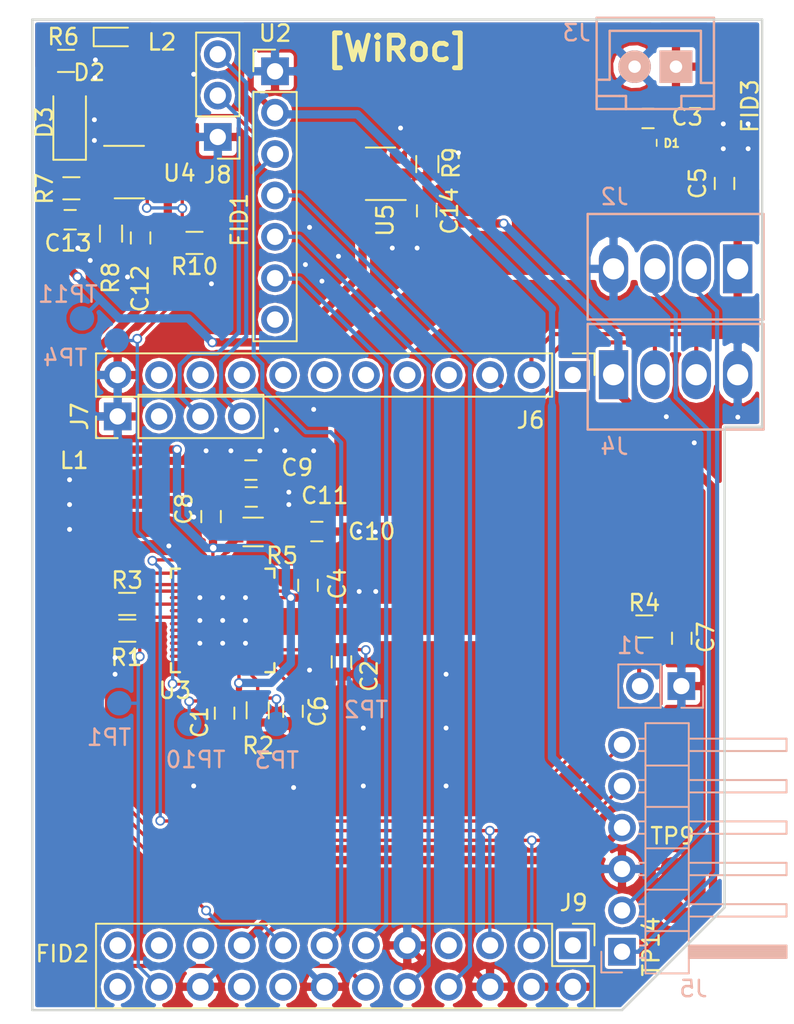
<source format=kicad_pcb>
(kicad_pcb (version 20171130) (host pcbnew 5.0.2-bee76a0~70~ubuntu16.04.1)
  (layers (0 F.Cu signal) (31 B.Cu signal) (34 B.Paste user) (35 F.Paste user) (36 B.SilkS user) (37 F.SilkS user) (38 B.Mask user hide) (39 F.Mask user hide) (44 Edge.Cuts user))
  (net 0 "")
  (net 1 GND)
  (net 2 IPSOUT)
  (net 3 "Net-(C2-Pad1)")
  (net 4 BAT)
  (net 5 VBUS)
  (net 6 "Net-(C6-Pad1)")
  (net 7 PWRON)
  (net 8 "Net-(C11-Pad2)")
  (net 9 "Net-(C13-Pad1)")
  (net 10 VDD_5V)
  (net 11 "Net-(D2-Pad1)")
  (net 12 SYS_3.3V)
  (net 13 "Net-(D3-Pad2)")
  (net 14 "Net-(J1-Pad2)")
  (net 15 "Net-(J2-Pad2)")
  (net 16 "Net-(J2-Pad3)")
  (net 17 USBHost-DM1)
  (net 18 USBHost-DP1)
  (net 19 SDA)
  (net 20 SCK)
  (net 21 "Net-(J7-Pad3)")
  (net 22 "Net-(J7-Pad4)")
  (net 23 UART1_TX)
  (net 24 UART1_RX)
  (net 25 LORAAUX)
  (net 26 STATUS_LED)
  (net 27 LORAEN)
  (net 28 IRQ)
  (net 29 N_VBUSEN)
  (net 30 "Net-(L1-Pad1)")
  (net 31 "Net-(R2-Pad2)")
  (net 32 "Net-(R3-Pad2)")
  (net 33 "Net-(R7-Pad1)")
  (net 34 "Net-(R9-Pad2)")
  (net 35 EXTEN)
  (net 36 "Net-(J6-Pad1)")
  (net 37 "Net-(J6-Pad4)")
  (net 38 "Net-(J6-Pad5)")
  (net 39 "Net-(J6-Pad6)")
  (net 40 "Net-(J6-Pad7)")
  (net 41 "Net-(J6-Pad8)")
  (net 42 "Net-(J6-Pad9)")
  (net 43 "Net-(J6-Pad10)")
  (net 44 "Net-(J6-Pad11)")
  (net 45 "Net-(J7-Pad2)")
  (net 46 "Net-(J9-Pad1)")
  (net 47 "Net-(J9-Pad7)")
  (net 48 "Net-(J9-Pad16)")
  (net 49 "Net-(J9-Pad18)")
  (net 50 "Net-(J9-Pad19)")
  (net 51 "Net-(J9-Pad21)")
  (net 52 "Net-(J9-Pad23)")
  (net 53 "Net-(J9-Pad24)")
  (net 54 "Net-(U2-Pad7)")
  (net 55 "Net-(U3-Pad3)")
  (net 56 "Net-(U3-Pad5)")
  (net 57 "Net-(U3-Pad7)")
  (net 58 "Net-(U3-Pad8)")
  (net 59 "Net-(U3-Pad9)")
  (net 60 "Net-(U3-Pad10)")
  (net 61 "Net-(U3-Pad11)")
  (net 62 "Net-(U3-Pad12)")
  (net 63 "Net-(U3-Pad13)")
  (net 64 "Net-(U3-Pad14)")
  (net 65 "Net-(U3-Pad15)")
  (net 66 "Net-(U3-Pad16)")
  (net 67 "Net-(U3-Pad17)")
  (net 68 "Net-(U3-Pad18)")
  (net 69 "Net-(U3-Pad19)")
  (net 70 "Net-(U3-Pad25)")
  (net 71 "Net-(U3-Pad28)")
  (net 72 "Net-(U3-Pad29)")
  (net 73 "Net-(U3-Pad30)")
  (net 74 "Net-(U3-Pad32)")
  (net 75 "Net-(U3-Pad33)")
  (net 76 "Net-(U3-Pad36)")
  (net 77 "Net-(U3-Pad40)")
  (net 78 "Net-(U3-Pad41)")
  (net 79 "Net-(U4-Pad6)")
  (module WiRoc:VIA-0.6mm (layer F.Cu) (at 66.8401 98.14052)
    (fp_text reference REF** hide)
    (fp_text value VIA-0.6mm hide)
    (pad 1 thru_hole circle (at 0 0) (size 0.6 0.6) (drill 0.3) (layers *.Cu) (net 1 GND))
  )
  (module WiRoc:VIA-0.6mm (layer F.Cu) (at 94.10954 75.40498)
    (fp_text reference REF** hide)
    (fp_text value VIA-0.6mm hide)
    (pad 1 thru_hole circle (at 0 0) (size 0.6 0.6) (drill 0.3) (layers *.Cu) (net 1 GND))
  )
  (module WiRoc:VIA-0.6mm (layer F.Cu) (at 91.43492 76.97978)
    (fp_text reference REF** hide)
    (fp_text value VIA-0.6mm hide)
    (pad 1 thru_hole circle (at 0 0) (size 0.6 0.6) (drill 0.3) (layers *.Cu) (net 1 GND))
  )
  (module WiRoc:VIA-0.6mm (layer F.Cu) (at 89.72042 75.37704)
    (fp_text reference REF** hide)
    (fp_text value VIA-0.6mm hide)
    (pad 1 thru_hole circle (at 0 0) (size 0.6 0.6) (drill 0.3) (layers *.Cu) (net 1 GND))
  )
  (module WiRoc:VIA-0.6mm (layer F.Cu) (at 74.422 65.024)
    (fp_text reference REF** hide)
    (fp_text value VIA-0.6mm hide)
    (pad 1 thru_hole circle (at 0 0) (size 0.6 0.6) (drill 0.3) (layers *.Cu) (net 1 GND))
  )
  (module WiRoc:VIA-0.6mm (layer F.Cu) (at 72.898 65.024)
    (fp_text reference REF** hide)
    (fp_text value VIA-0.6mm hide)
    (pad 1 thru_hole circle (at 0 0) (size 0.6 0.6) (drill 0.3) (layers *.Cu) (net 1 GND))
  )
  (module WiRoc:VIA-0.6mm (layer F.Cu) (at 76.962 59.182)
    (fp_text reference REF** hide)
    (fp_text value VIA-0.6mm hide)
    (pad 1 thru_hole circle (at 0 0) (size 0.6 0.6) (drill 0.3) (layers *.Cu) (net 1 GND))
  )
  (module WiRoc:VIA-0.6mm (layer F.Cu) (at 73.406 57.658)
    (fp_text reference REF** hide)
    (fp_text value VIA-0.6mm hide)
    (pad 1 thru_hole circle (at 0 0) (size 0.6 0.6) (drill 0.3) (layers *.Cu) (net 1 GND))
  )
  (module WiRoc:VIA-0.6mm (layer F.Cu) (at 61.79566 67.21856)
    (fp_text reference REF** hide)
    (fp_text value VIA-0.6mm hide)
    (pad 1 thru_hole circle (at 0 0) (size 0.6 0.6) (drill 0.3) (layers *.Cu) (net 1 GND))
  )
  (module WiRoc:VIA-0.6mm (layer F.Cu) (at 60.706 54.356)
    (fp_text reference REF** hide)
    (fp_text value VIA-0.6mm hide)
    (pad 1 thru_hole circle (at 0 0) (size 0.6 0.6) (drill 0.3) (layers *.Cu) (net 1 GND))
  )
  (module WiRoc:VIA-0.6mm (layer F.Cu) (at 56.642 66.802)
    (fp_text reference REF** hide)
    (fp_text value VIA-0.6mm hide)
    (pad 1 thru_hole circle (at 0 0) (size 0.6 0.6) (drill 0.3) (layers *.Cu) (net 1 GND))
  )
  (module WiRoc:VIA-0.6mm (layer F.Cu) (at 54.356 65.786)
    (fp_text reference REF** hide)
    (fp_text value VIA-0.6mm hide)
    (pad 1 thru_hole circle (at 0 0) (size 0.6 0.6) (drill 0.3) (layers *.Cu) (net 1 GND))
  )
  (module WiRoc:VIA-0.6mm (layer F.Cu) (at 53.594 65.024)
    (fp_text reference REF** hide)
    (fp_text value VIA-0.6mm hide)
    (pad 1 thru_hole circle (at 0 0) (size 0.6 0.6) (drill 0.3) (layers *.Cu) (net 1 GND))
  )
  (module WiRoc:VIA-0.6mm (layer F.Cu) (at 54.61 58.42)
    (fp_text reference REF** hide)
    (fp_text value VIA-0.6mm hide)
    (pad 1 thru_hole circle (at 0 0) (size 0.6 0.6) (drill 0.3) (layers *.Cu) (net 1 GND))
  )
  (module WiRoc:VIA-0.6mm (layer F.Cu) (at 54.61 57.15)
    (fp_text reference REF** hide)
    (fp_text value VIA-0.6mm hide)
    (pad 1 thru_hole circle (at 0 0) (size 0.6 0.6) (drill 0.3) (layers *.Cu) (net 1 GND))
  )
  (module WiRoc:VIA-0.6mm (layer F.Cu) (at 54.6735 53.47716)
    (fp_text reference REF** hide)
    (fp_text value VIA-0.6mm hide)
    (pad 1 thru_hole circle (at 0 0) (size 0.6 0.6) (drill 0.3) (layers *.Cu) (net 1 GND))
  )
  (module WiRoc:VIA-0.6mm (layer F.Cu) (at 54.6481 54.57698)
    (fp_text reference REF** hide)
    (fp_text value VIA-0.6mm hide)
    (pad 1 thru_hole circle (at 0 0) (size 0.6 0.6) (drill 0.3) (layers *.Cu) (net 1 GND))
  )
  (module WiRoc:VIA-0.6mm (layer F.Cu) (at 68.834 93.218)
    (fp_text reference REF** hide)
    (fp_text value VIA-0.6mm hide)
    (pad 1 thru_hole circle (at 0 0) (size 0.6 0.6) (drill 0.3) (layers *.Cu) (net 1 GND))
  )
  (module WiRoc:VIA-0.6mm (layer F.Cu) (at 60.706 98.044)
    (fp_text reference REF** hide)
    (fp_text value VIA-0.6mm hide)
    (pad 1 thru_hole circle (at 0 0) (size 0.6 0.6) (drill 0.3) (layers *.Cu) (net 1 GND))
  )
  (module WiRoc:VIA-0.6mm (layer F.Cu) (at 67.818 90.932)
    (fp_text reference REF** hide)
    (fp_text value VIA-0.6mm hide)
    (pad 1 thru_hole circle (at 0 0) (size 0.6 0.6) (drill 0.3) (layers *.Cu) (net 1 GND))
  )
  (module WiRoc:VIA-0.6mm (layer F.Cu) (at 55.88 91.186)
    (fp_text reference REF** hide)
    (fp_text value VIA-0.6mm hide)
    (pad 1 thru_hole circle (at 0 0) (size 0.6 0.6) (drill 0.3) (layers *.Cu) (net 1 GND))
  )
  (module WiRoc:VIA-0.6mm (layer F.Cu) (at 55.88 90.17)
    (fp_text reference REF** hide)
    (fp_text value VIA-0.6mm hide)
    (pad 1 thru_hole circle (at 0 0) (size 0.6 0.6) (drill 0.3) (layers *.Cu) (net 1 GND))
  )
  (module WiRoc:VIA-0.6mm (layer F.Cu) (at 68.072 74.93)
    (fp_text reference REF** hide)
    (fp_text value VIA-0.6mm hide)
    (pad 1 thru_hole circle (at 0 0) (size 0.6 0.6) (drill 0.3) (layers *.Cu) (net 1 GND))
  )
  (module WiRoc:VIA-0.6mm (layer F.Cu) (at 65.786 76.2)
    (fp_text reference REF** hide)
    (fp_text value VIA-0.6mm hide)
    (pad 1 thru_hole circle (at 0 0) (size 0.6 0.6) (drill 0.3) (layers *.Cu) (net 1 GND))
  )
  (module WiRoc:VIA-0.6mm (layer F.Cu) (at 68.072 77.47)
    (fp_text reference REF** hide)
    (fp_text value VIA-0.6mm hide)
    (pad 1 thru_hole circle (at 0 0) (size 0.6 0.6) (drill 0.3) (layers *.Cu) (net 1 GND))
  )
  (module WiRoc:VIA-0.6mm (layer F.Cu) (at 66.294 77.47)
    (fp_text reference REF** hide)
    (fp_text value VIA-0.6mm hide)
    (pad 1 thru_hole circle (at 0 0) (size 0.6 0.6) (drill 0.3) (layers *.Cu) (net 1 GND))
  )
  (module WiRoc:VIA-0.6mm (layer F.Cu) (at 64.77 77.47)
    (fp_text reference REF** hide)
    (fp_text value VIA-0.6mm hide)
    (pad 1 thru_hole circle (at 0 0) (size 0.6 0.6) (drill 0.3) (layers *.Cu) (net 1 GND))
  )
  (module WiRoc:VIA-0.6mm (layer F.Cu) (at 62.992 77.47)
    (fp_text reference REF** hide)
    (fp_text value VIA-0.6mm hide)
    (pad 1 thru_hole circle (at 0 0) (size 0.6 0.6) (drill 0.3) (layers *.Cu) (net 1 GND))
  )
  (module WiRoc:VIA-0.6mm (layer F.Cu) (at 61.468 77.47)
    (fp_text reference REF** hide)
    (fp_text value VIA-0.6mm hide)
    (pad 1 thru_hole circle (at 0 0) (size 0.6 0.6) (drill 0.3) (layers *.Cu) (net 1 GND))
  )
  (module WiRoc:VIA-0.6mm (layer F.Cu) (at 60.706 81.534)
    (fp_text reference REF** hide)
    (fp_text value VIA-0.6mm hide)
    (pad 1 thru_hole circle (at 0 0) (size 0.6 0.6) (drill 0.3) (layers *.Cu) (net 1 GND))
  )
  (module WiRoc:VIA-0.6mm (layer F.Cu) (at 60.452 80.772)
    (fp_text reference REF** hide)
    (fp_text value VIA-0.6mm hide)
    (pad 1 thru_hole circle (at 0 0) (size 0.6 0.6) (drill 0.3) (layers *.Cu) (net 1 GND))
  )
  (module WiRoc:VIA-0.6mm (layer F.Cu) (at 59.182 83.312)
    (fp_text reference REF** hide)
    (fp_text value VIA-0.6mm hide)
    (pad 1 thru_hole circle (at 0 0) (size 0.6 0.6) (drill 0.3) (layers *.Cu) (net 1 GND))
  )
  (module WiRoc:VIA-0.6mm (layer F.Cu) (at 53.086 82.296)
    (fp_text reference REF** hide)
    (fp_text value VIA-0.6mm hide)
    (pad 1 thru_hole circle (at 0 0) (size 0.6 0.6) (drill 0.3) (layers *.Cu) (net 1 GND))
  )
  (module WiRoc:VIA-0.6mm (layer F.Cu) (at 53.086 80.772)
    (fp_text reference REF** hide)
    (fp_text value VIA-0.6mm hide)
    (pad 1 thru_hole circle (at 0 0) (size 0.6 0.6) (drill 0.3) (layers *.Cu) (net 1 GND))
  )
  (module WiRoc:VIA-0.6mm (layer F.Cu) (at 53.086 79.248)
    (fp_text reference REF** hide)
    (fp_text value VIA-0.6mm hide)
    (pad 1 thru_hole circle (at 0 0) (size 0.6 0.6) (drill 0.3) (layers *.Cu) (net 1 GND))
  )
  (module WiRoc:VIA-0.6mm (layer F.Cu) (at 68.58 67.056)
    (fp_text reference REF** hide)
    (fp_text value VIA-0.6mm hide)
    (pad 1 thru_hole circle (at 0 0) (size 0.6 0.6) (drill 0.3) (layers *.Cu) (net 1 GND))
  )
  (module WiRoc:VIA-0.6mm (layer F.Cu) (at 67.564 66.04)
    (fp_text reference REF** hide)
    (fp_text value VIA-0.6mm hide)
    (pad 1 thru_hole circle (at 0 0) (size 0.6 0.6) (drill 0.3) (layers *.Cu) (net 1 GND))
  )
  (module WiRoc:VIA-0.6mm (layer F.Cu) (at 69.596 65.532)
    (fp_text reference REF** hide)
    (fp_text value VIA-0.6mm hide)
    (pad 1 thru_hole circle (at 0 0) (size 0.6 0.6) (drill 0.3) (layers *.Cu) (net 1 GND))
  )
  (module WiRoc:VIA-0.6mm (layer F.Cu) (at 67.818 63.754)
    (fp_text reference REF** hide)
    (fp_text value VIA-0.6mm hide)
    (pad 1 thru_hole circle (at 0 0) (size 0.6 0.6) (drill 0.3) (layers *.Cu) (net 1 GND))
  )
  (module WiRoc:VIA-0.6mm (layer F.Cu) (at 71.12 98.044)
    (fp_text reference REF** hide)
    (fp_text value VIA-0.6mm hide)
    (pad 1 thru_hole circle (at 0 0) (size 0.6 0.6) (drill 0.3) (layers *.Cu) (net 1 GND))
  )
  (module WiRoc:VIA-0.6mm (layer F.Cu) (at 71.12 94.488)
    (fp_text reference REF** hide)
    (fp_text value VIA-0.6mm hide)
    (pad 1 thru_hole circle (at 0 0) (size 0.6 0.6) (drill 0.3) (layers *.Cu) (net 1 GND))
  )
  (module WiRoc:VIA-0.6mm (layer F.Cu) (at 76.2 98.044)
    (fp_text reference REF** hide)
    (fp_text value VIA-0.6mm hide)
    (pad 1 thru_hole circle (at 0 0) (size 0.6 0.6) (drill 0.3) (layers *.Cu) (net 1 GND))
  )
  (module WiRoc:VIA-0.6mm (layer F.Cu) (at 76.2 94.488)
    (fp_text reference REF** hide)
    (fp_text value VIA-0.6mm hide)
    (pad 1 thru_hole circle (at 0 0) (size 0.6 0.6) (drill 0.3) (layers *.Cu) (net 1 GND))
  )
  (module WiRoc:VIA-0.6mm (layer F.Cu) (at 76.2 91.186)
    (fp_text reference REF** hide)
    (fp_text value VIA-0.6mm hide)
    (pad 1 thru_hole circle (at 0 0) (size 0.6 0.6) (drill 0.3) (layers *.Cu) (net 1 GND))
  )
  (module WiRoc:VIA-0.6mm (layer F.Cu) (at 93.218 58.928)
    (fp_text reference REF** hide)
    (fp_text value VIA-0.6mm hide)
    (pad 1 thru_hole circle (at 0 0) (size 0.6 0.6) (drill 0.3) (layers *.Cu) (net 1 GND))
  )
  (module WiRoc:VIA-0.6mm (layer F.Cu) (at 94.742 58.928)
    (fp_text reference REF** hide)
    (fp_text value VIA-0.6mm hide)
    (pad 1 thru_hole circle (at 0 0) (size 0.6 0.6) (drill 0.3) (layers *.Cu) (net 1 GND))
  )
  (module WiRoc:VIA-0.6mm (layer F.Cu) (at 94.742 57.404)
    (fp_text reference REF** hide)
    (fp_text value VIA-0.6mm hide)
    (pad 1 thru_hole circle (at 0 0) (size 0.6 0.6) (drill 0.3) (layers *.Cu) (net 1 GND))
  )
  (module WiRoc:VIA-0.6mm (layer F.Cu) (at 93.218 57.404)
    (fp_text reference REF** hide)
    (fp_text value VIA-0.6mm hide)
    (pad 1 thru_hole circle (at 0 0) (size 0.6 0.6) (drill 0.3) (layers *.Cu) (net 1 GND))
  )
  (module WiRoc:VIA-0.6mm (layer F.Cu) (at 66.548 80.772)
    (fp_text reference REF** hide)
    (fp_text value VIA-0.6mm hide)
    (pad 1 thru_hole circle (at 0 0) (size 0.6 0.6) (drill 0.3) (layers *.Cu) (net 1 GND))
  )
  (module WiRoc:VIA-0.6mm (layer F.Cu) (at 66.548 80.01)
    (fp_text reference REF** hide)
    (fp_text value VIA-0.6mm hide)
    (pad 1 thru_hole circle (at 0 0) (size 0.6 0.6) (drill 0.3) (layers *.Cu) (net 1 GND))
  )
  (module WiRoc:VIA-0.6mm (layer F.Cu) (at 70.866 86.106)
    (fp_text reference REF** hide)
    (fp_text value VIA-0.6mm hide)
    (pad 1 thru_hole circle (at 0 0) (size 0.6 0.6) (drill 0.3) (layers *.Cu) (net 1 GND))
  )
  (module WiRoc:VIA-0.6mm (layer F.Cu) (at 71.882 86.106)
    (fp_text reference REF** hide)
    (fp_text value VIA-0.6mm hide)
    (pad 1 thru_hole circle (at 0 0) (size 0.6 0.6) (drill 0.3) (layers *.Cu) (net 1 GND))
  )
  (module WiRoc:VIA-0.6mm (layer F.Cu) (at 71.8566 82.45602)
    (fp_text reference REF** hide)
    (fp_text value VIA-0.6mm hide)
    (pad 1 thru_hole circle (at 0 0) (size 0.6 0.6) (drill 0.3) (layers *.Cu) (net 1 GND))
  )
  (module Capacitors_SMD:C_0603 (layer F.Cu) (at 57.4471 64.405 270)
    (fp_text reference C12 (at 3.1115 0.0254 90) (layer F.SilkS))
    (fp_text value 10uF)
    (pad 2 smd rect (at 0.75 0 270) (size 0.8 0.75) (layers F.Cu F.Paste F.Mask) (net 1 GND))
    (pad 1 smd rect (at -0.75 0 270) (size 0.8 0.75) (layers F.Cu F.Paste F.Mask) (net 2 IPSOUT))
  )
  (module Capacitors_SMD:C_0603 (layer F.Cu) (at 62.6033 93.5776 270)
    (fp_text reference C1 (at 0.55988 1.529 270) (layer F.SilkS))
    (fp_text value 4.7uF)
    (pad 2 smd rect (at 0.75 0 270) (size 0.8 0.75) (layers F.Cu F.Paste F.Mask) (net 1 GND))
    (pad 1 smd rect (at -0.75 0 270) (size 0.8 0.75) (layers F.Cu F.Paste F.Mask) (net 2 IPSOUT))
  )
  (module Capacitors_SMD:C_0603 (layer F.Cu) (at 69.7788 90.4266 270)
    (fp_text reference C2 (at 0.8737 -1.70188 90) (layer F.SilkS))
    (fp_text value 1uF)
    (pad 2 smd rect (at 0.75 0 270) (size 0.8 0.75) (layers F.Cu F.Paste F.Mask) (net 1 GND))
    (pad 1 smd rect (at -0.75 0 270) (size 0.8 0.75) (layers F.Cu F.Paste F.Mask) (net 3 "Net-(C2-Pad1)"))
  )
  (module Capacitors_SMD:C_0603 (layer F.Cu) (at 88.598 57.0672 180)
    (fp_text reference C3 (at -2.4025 0.079 180) (layer F.SilkS))
    (fp_text value 4.7uF)
    (pad 2 smd rect (at 0.75 0 180) (size 0.8 0.75) (layers F.Cu F.Paste F.Mask) (net 1 GND))
    (pad 1 smd rect (at -0.75 0 180) (size 0.8 0.75) (layers F.Cu F.Paste F.Mask) (net 4 BAT))
  )
  (module Capacitors_SMD:C_0603 (layer F.Cu) (at 67.7214 85.7283 90)
    (fp_text reference C4 (at 0.1049 1.80856 270) (layer F.SilkS))
    (fp_text value 10uF)
    (pad 2 smd rect (at 0.75 0 90) (size 0.8 0.75) (layers F.Cu F.Paste F.Mask) (net 1 GND))
    (pad 1 smd rect (at -0.75 0 90) (size 0.8 0.75) (layers F.Cu F.Paste F.Mask) (net 2 IPSOUT))
  )
  (module Capacitors_SMD:C_0603 (layer F.Cu) (at 93.2942 61.0616 90)
    (fp_text reference C5 (at 0.012 -1.651 90) (layer F.SilkS))
    (fp_text value 10uF)
    (pad 2 smd rect (at 0.75 0 90) (size 0.8 0.75) (layers F.Cu F.Paste F.Mask) (net 1 GND))
    (pad 1 smd rect (at -0.75 0 90) (size 0.8 0.75) (layers F.Cu F.Paste F.Mask) (net 5 VBUS))
  )
  (module Capacitors_SMD:C_0603 (layer F.Cu) (at 66.802 93.46 270)
    (fp_text reference C6 (at 0 -1.5 270) (layer F.SilkS))
    (fp_text value 1uF)
    (pad 2 smd rect (at 0.75 0 270) (size 0.8 0.75) (layers F.Cu F.Paste F.Mask) (net 1 GND))
    (pad 1 smd rect (at -0.75 0 270) (size 0.8 0.75) (layers F.Cu F.Paste F.Mask) (net 6 "Net-(C6-Pad1)"))
  )
  (module Capacitors_SMD:C_0603 (layer F.Cu) (at 90.67 88.98 90)
    (fp_text reference C7 (at 0.064 1.4735 90) (layer F.SilkS))
    (fp_text value 100pF)
    (pad 2 smd rect (at 0.75 0 90) (size 0.8 0.75) (layers F.Cu F.Paste F.Mask) (net 7 PWRON))
    (pad 1 smd rect (at -0.75 0 90) (size 0.8 0.75) (layers F.Cu F.Paste F.Mask) (net 1 GND))
  )
  (module Capacitors_SMD:C_0603 (layer F.Cu) (at 61.7728 81.5086 270)
    (fp_text reference C8 (at -0.4699 1.6637 270) (layer F.SilkS))
    (fp_text value 4.7uF)
    (pad 2 smd rect (at 0.75 0 270) (size 0.8 0.75) (layers F.Cu F.Paste F.Mask) (net 2 IPSOUT))
    (pad 1 smd rect (at -0.75 0 270) (size 0.8 0.75) (layers F.Cu F.Paste F.Mask) (net 1 GND))
  )
  (module Capacitors_SMD:C_0603 (layer F.Cu) (at 64.2162 78.6544 180)
    (fp_text reference C9 (at -2.8448 0.1524 180) (layer F.SilkS))
    (fp_text value 1uF)
    (pad 2 smd rect (at 0.75 0 180) (size 0.8 0.75) (layers F.Cu F.Paste F.Mask) (net 8 "Net-(C11-Pad2)"))
    (pad 1 smd rect (at -0.75 0 180) (size 0.8 0.75) (layers F.Cu F.Paste F.Mask) (net 4 BAT))
  )
  (module Capacitors_SMD:C_0603 (layer F.Cu) (at 68.2675 82.4263 180)
    (fp_text reference C10 (at -3.3655 0 180) (layer F.SilkS))
    (fp_text value 4.7uF)
    (pad 2 smd rect (at 0.75 0 180) (size 0.8 0.75) (layers F.Cu F.Paste F.Mask) (net 4 BAT))
    (pad 1 smd rect (at -0.75 0 180) (size 0.8 0.75) (layers F.Cu F.Paste F.Mask) (net 1 GND))
  )
  (module Capacitors_SMD:C_0603 (layer F.Cu) (at 64.2416 80.3054 180)
    (fp_text reference C11 (at -4.50604 0.08204) (layer F.SilkS))
    (fp_text value 4.7uF)
    (pad 2 smd rect (at 0.75 0 180) (size 0.8 0.75) (layers F.Cu F.Paste F.Mask) (net 8 "Net-(C11-Pad2)"))
    (pad 1 smd rect (at -0.75 0 180) (size 0.8 0.75) (layers F.Cu F.Paste F.Mask) (net 1 GND))
  )
  (module Capacitors_SMD:C_0603 (layer F.Cu) (at 53.1226 63.2874)
    (fp_text reference C13 (at -0.127 1.4351) (layer F.SilkS))
    (fp_text value 10uF)
    (pad 2 smd rect (at 0.75 0) (size 0.8 0.75) (layers F.Cu F.Paste F.Mask) (net 1 GND))
    (pad 1 smd rect (at -0.75 0) (size 0.8 0.75) (layers F.Cu F.Paste F.Mask) (net 9 "Net-(C13-Pad1)"))
  )
  (module Capacitors_SMD:C_0603 (layer F.Cu) (at 75.0112 62.7413 90)
    (fp_text reference C14 (at -0.00851 1.402608 90) (layer F.SilkS))
    (fp_text value 10uF)
    (pad 2 smd rect (at 0.75 0 90) (size 0.8 0.75) (layers F.Cu F.Paste F.Mask) (net 1 GND))
    (pad 1 smd rect (at -0.75 0 90) (size 0.8 0.75) (layers F.Cu F.Paste F.Mask) (net 10 VDD_5V))
  )
  (module WiRoc:SOD-882L (layer F.Cu) (at 88.598 58.5672 180)
    (fp_text reference D1 (at -1.45 -0.025 180) (layer F.SilkS) (effects (font (size 0.5 0.5) (thickness 0.125))))
    (fp_text value D_TVS)
    (pad 1 smd rect (at -0.325 0 180) (size 0.3 0.55) (layers F.Cu F.Paste F.Mask) (net 4 BAT))
    (pad 2 smd rect (at 0.325 0 180) (size 0.3 0.55) (layers F.Cu F.Paste F.Mask) (net 1 GND))
  )
  (module Diodes_SMD:D_0603 (layer F.Cu) (at 55.8685 52.0678)
    (fp_text reference D2 (at -1.57854 2.18406) (layer F.SilkS))
    (fp_text value LED)
    (pad 1 smd rect (at -0.85 0) (size 0.6 0.8) (layers F.Cu F.Paste F.Mask) (net 11 "Net-(D2-Pad1)"))
    (pad 2 smd rect (at 0.85 0) (size 0.6 0.8) (layers F.Cu F.Paste F.Mask) (net 12 SYS_3.3V))
  )
  (module Diodes_SMD:D_SOD-123 (layer F.Cu) (at 53.091 57.3565 90)
    (fp_text reference D3 (at 0.04394 -1.55948 90) (layer F.SilkS))
    (fp_text value IN5819)
    (pad 1 smd rect (at -1.65 0 90) (size 0.9 1.2) (layers F.Cu F.Paste F.Mask) (net 9 "Net-(C13-Pad1)"))
    (pad 2 smd rect (at 1.65 0 90) (size 0.9 1.2) (layers F.Cu F.Paste F.Mask) (net 13 "Net-(D3-Pad2)"))
  )
  (module WiRoc:Fiducial (layer F.Cu) (at 61.6824 62.5602)
    (fp_text reference FID1 (at 1.82776 0.73914 270) (layer F.SilkS))
    (fp_text value FIDUCIAL)
    (pad 1 smd circle (at 0 0) (size 1 1) (layers F.Cu F.Mask) (clearance 0.5))
  )
  (module WiRoc:Fiducial (layer F.Cu) (at 52.64 109.998)
    (fp_text reference FID2 (at 0 -1.651) (layer F.SilkS))
    (fp_text value FIDUCIAL)
    (pad 1 smd circle (at 0 0) (size 1 1) (layers F.Cu F.Mask) (clearance 0.5))
  )
  (module WiRoc:Fiducial (layer F.Cu) (at 93.985 53.356)
    (fp_text reference FID3 (at 0.8698 2.9558 90) (layer F.SilkS))
    (fp_text value FIDUCIAL)
    (pad 1 smd circle (at 0 0) (size 1 1) (layers F.Cu F.Mask) (clearance 0.5))
  )
  (module Pin_Headers:Pin_Header_Straight_1x02_Pitch2.54mm (layer B.Cu) (at 90.6449 91.9132 90)
    (fp_text reference J1 (at 2.48488 -3.10126) (layer B.SilkS) (effects (justify mirror)))
    (fp_text value Conn_01x02)
    (pad 1 thru_hole rect (at 0 0 90) (size 1.7 1.7) (drill 1) (layers *.Cu *.Mask) (net 1 GND))
    (pad 2 thru_hole oval (at 0 -2.54 90) (size 1.7 1.7) (drill 1) (layers *.Cu *.Mask) (net 14 "Net-(J1-Pad2)"))
  )
  (module WiRoc:TerminalBlock_4P_2.54mm (layer B.Cu) (at 94.1 66.3 180)
    (fp_text reference J2 (at 7.55712 4.42814 180) (layer B.SilkS) (effects (justify mirror)))
    (fp_text value TerminalBlock_USB_Power_01x04)
    (pad 1 thru_hole rect (at 0 0 180) (size 1.8 3) (drill 1.3) (layers *.Cu *.Mask) (net 5 VBUS))
    (pad 2 thru_hole oval (at 2.54 0 180) (size 1.8 3) (drill 1.3) (layers *.Cu *.Mask) (net 15 "Net-(J2-Pad2)"))
    (pad 4 thru_hole oval (at 7.62 0 180) (size 1.8 3) (drill 1.3) (layers *.Cu *.Mask) (net 1 GND))
    (pad 3 thru_hole oval (at 5.08 0 180) (size 1.8 3) (drill 1.3) (layers *.Cu *.Mask) (net 16 "Net-(J2-Pad3)"))
  )
  (module WiRoc:JST_2.56 (layer B.Cu) (at 89.043 53.8922 180)
    (fp_text reference J3 (at 4.8308 2.0762 180) (layer B.SilkS) (effects (justify mirror)))
    (fp_text value JST-2PIN)
    (pad 1 thru_hole rect (at -1.27 0 180) (size 2 2) (drill 0.762) (layers *.Cu *.Mask B.SilkS) (net 4 BAT))
    (pad 2 thru_hole circle (at 1.27 0 180) (size 2 2) (drill 0.762) (layers *.Cu *.Mask B.SilkS) (net 1 GND))
  )
  (module WiRoc:TerminalBlock_4P_2.54mm (layer B.Cu) (at 86.48 72.8)
    (fp_text reference J4 (at 0.05272 4.4033) (layer B.SilkS) (effects (justify mirror)))
    (fp_text value TerminalBlock_USB_Host_Data_01x04)
    (pad 1 thru_hole rect (at 0 0) (size 1.8 3) (drill 1.3) (layers *.Cu *.Mask) (net 10 VDD_5V))
    (pad 2 thru_hole oval (at 2.54 0) (size 1.8 3) (drill 1.3) (layers *.Cu *.Mask) (net 17 USBHost-DM1))
    (pad 4 thru_hole oval (at 7.62 0) (size 1.8 3) (drill 1.3) (layers *.Cu *.Mask) (net 1 GND))
    (pad 3 thru_hole oval (at 5.08 0) (size 1.8 3) (drill 1.3) (layers *.Cu *.Mask) (net 18 USBHost-DP1))
  )
  (module Pin_Headers:Pin_Header_Angled_1x06_Pitch2.54mm (layer B.Cu) (at 87 108.22)
    (fp_text reference J5 (at 4.385 2.27) (layer B.SilkS) (effects (justify mirror)))
    (fp_text value Conn_01x06)
    (pad 1 thru_hole rect (at 0 0) (size 1.7 1.7) (drill 1) (layers *.Cu *.Mask) (net 15 "Net-(J2-Pad2)"))
    (pad 2 thru_hole oval (at 0 -2.54) (size 1.7 1.7) (drill 1) (layers *.Cu *.Mask) (net 16 "Net-(J2-Pad3)"))
    (pad 3 thru_hole oval (at 0 -5.08) (size 1.7 1.7) (drill 1) (layers *.Cu *.Mask) (net 1 GND))
    (pad 4 thru_hole oval (at 0 -7.62) (size 1.7 1.7) (drill 1) (layers *.Cu *.Mask) (net 12 SYS_3.3V))
    (pad 5 thru_hole oval (at 0 -10.16) (size 1.7 1.7) (drill 1) (layers *.Cu *.Mask) (net 19 SDA))
    (pad 6 thru_hole oval (at 0 -12.7) (size 1.7 1.7) (drill 1) (layers *.Cu *.Mask) (net 20 SCK))
  )
  (module Pin_Headers:Pin_Header_Straight_1x12_Pitch2.54mm (layer F.Cu) (at 83.98 72.82 270)
    (fp_text reference J6 (at 2.77548 2.59332) (layer F.SilkS))
    (fp_text value NanoPIAir_USBPort)
    (pad 1 thru_hole rect (at 0 0 270) (size 1.7 1.7) (drill 1) (layers *.Cu *.Mask) (net 36 "Net-(J6-Pad1)"))
    (pad 2 thru_hole oval (at 0 2.54 270) (size 1.7 1.7) (drill 1) (layers *.Cu *.Mask) (net 18 USBHost-DP1))
    (pad 3 thru_hole oval (at 0 5.08 270) (size 1.7 1.7) (drill 1) (layers *.Cu *.Mask) (net 17 USBHost-DM1))
    (pad 4 thru_hole oval (at 0 7.62 270) (size 1.7 1.7) (drill 1) (layers *.Cu *.Mask) (net 37 "Net-(J6-Pad4)"))
    (pad 5 thru_hole oval (at 0 10.16 270) (size 1.7 1.7) (drill 1) (layers *.Cu *.Mask) (net 38 "Net-(J6-Pad5)"))
    (pad 6 thru_hole oval (at 0 12.7 270) (size 1.7 1.7) (drill 1) (layers *.Cu *.Mask) (net 39 "Net-(J6-Pad6)"))
    (pad 7 thru_hole oval (at 0 15.24 270) (size 1.7 1.7) (drill 1) (layers *.Cu *.Mask) (net 40 "Net-(J6-Pad7)"))
    (pad 8 thru_hole oval (at 0 17.78 270) (size 1.7 1.7) (drill 1) (layers *.Cu *.Mask) (net 41 "Net-(J6-Pad8)"))
    (pad 9 thru_hole oval (at 0 20.32 270) (size 1.7 1.7) (drill 1) (layers *.Cu *.Mask) (net 42 "Net-(J6-Pad9)"))
    (pad 10 thru_hole oval (at 0 22.86 270) (size 1.7 1.7) (drill 1) (layers *.Cu *.Mask) (net 43 "Net-(J6-Pad10)"))
    (pad 11 thru_hole oval (at 0 25.4 270) (size 1.7 1.7) (drill 1) (layers *.Cu *.Mask) (net 44 "Net-(J6-Pad11)"))
    (pad 12 thru_hole oval (at 0 27.94 270) (size 1.7 1.7) (drill 1) (layers *.Cu *.Mask) (net 1 GND))
  )
  (module Pin_Headers:Pin_Header_Straight_1x04_Pitch2.54mm (layer F.Cu) (at 56.04 75.36 90)
    (fp_text reference J7 (at 0 -2.33 90) (layer F.SilkS))
    (fp_text value NanoPIAir_DebugPort)
    (pad 1 thru_hole rect (at 0 0 90) (size 1.7 1.7) (drill 1) (layers *.Cu *.Mask) (net 1 GND))
    (pad 2 thru_hole oval (at 0 2.54 90) (size 1.7 1.7) (drill 1) (layers *.Cu *.Mask) (net 45 "Net-(J7-Pad2)"))
    (pad 3 thru_hole oval (at 0 5.08 90) (size 1.7 1.7) (drill 1) (layers *.Cu *.Mask) (net 21 "Net-(J7-Pad3)"))
    (pad 4 thru_hole oval (at 0 7.62 90) (size 1.7 1.7) (drill 1) (layers *.Cu *.Mask) (net 22 "Net-(J7-Pad4)"))
  )
  (module Pin_Headers:Pin_Header_Straight_1x03_Pitch2.54mm (layer F.Cu) (at 62.1842 58.2074 180)
    (fp_text reference J8 (at 0 -2.33 180) (layer F.SilkS))
    (fp_text value HAT_Conn_DBG)
    (pad 1 thru_hole rect (at 0 0 180) (size 1.7 1.7) (drill 1) (layers *.Cu *.Mask) (net 1 GND))
    (pad 2 thru_hole oval (at 0 2.54 180) (size 1.7 1.7) (drill 1) (layers *.Cu *.Mask) (net 21 "Net-(J7-Pad3)"))
    (pad 3 thru_hole oval (at 0 5.08 180) (size 1.7 1.7) (drill 1) (layers *.Cu *.Mask) (net 22 "Net-(J7-Pad4)"))
  )
  (module Pin_Headers:Pin_Header_Straight_2x12_Pitch2.54mm (layer F.Cu) (at 83.98 107.83 270)
    (fp_text reference J9 (at -2.61558 -0.05336) (layer F.SilkS))
    (fp_text value NanoPIAir_GPIOPort)
    (pad 1 thru_hole rect (at 0 0 270) (size 1.7 1.7) (drill 1) (layers *.Cu *.Mask) (net 46 "Net-(J9-Pad1)"))
    (pad 2 thru_hole oval (at 2.54 0 270) (size 1.7 1.7) (drill 1) (layers *.Cu *.Mask) (net 10 VDD_5V))
    (pad 3 thru_hole oval (at 0 2.54 270) (size 1.7 1.7) (drill 1) (layers *.Cu *.Mask) (net 19 SDA))
    (pad 4 thru_hole oval (at 2.54 2.54 270) (size 1.7 1.7) (drill 1) (layers *.Cu *.Mask) (net 10 VDD_5V))
    (pad 5 thru_hole oval (at 0 5.08 270) (size 1.7 1.7) (drill 1) (layers *.Cu *.Mask) (net 20 SCK))
    (pad 6 thru_hole oval (at 2.54 5.08 270) (size 1.7 1.7) (drill 1) (layers *.Cu *.Mask) (net 1 GND))
    (pad 7 thru_hole oval (at 0 7.62 270) (size 1.7 1.7) (drill 1) (layers *.Cu *.Mask) (net 47 "Net-(J9-Pad7)"))
    (pad 8 thru_hole oval (at 2.54 7.62 270) (size 1.7 1.7) (drill 1) (layers *.Cu *.Mask) (net 23 UART1_TX))
    (pad 9 thru_hole oval (at 0 10.16 270) (size 1.7 1.7) (drill 1) (layers *.Cu *.Mask) (net 1 GND))
    (pad 10 thru_hole oval (at 2.54 10.16 270) (size 1.7 1.7) (drill 1) (layers *.Cu *.Mask) (net 24 UART1_RX))
    (pad 11 thru_hole oval (at 0 12.7 270) (size 1.7 1.7) (drill 1) (layers *.Cu *.Mask) (net 25 LORAAUX))
    (pad 12 thru_hole oval (at 2.54 12.7 270) (size 1.7 1.7) (drill 1) (layers *.Cu *.Mask) (net 26 STATUS_LED))
    (pad 13 thru_hole oval (at 0 15.24 270) (size 1.7 1.7) (drill 1) (layers *.Cu *.Mask) (net 27 LORAEN))
    (pad 14 thru_hole oval (at 2.54 15.24 270) (size 1.7 1.7) (drill 1) (layers *.Cu *.Mask) (net 1 GND))
    (pad 15 thru_hole oval (at 0 17.78 270) (size 1.7 1.7) (drill 1) (layers *.Cu *.Mask) (net 28 IRQ))
    (pad 16 thru_hole oval (at 2.54 17.78 270) (size 1.7 1.7) (drill 1) (layers *.Cu *.Mask) (net 48 "Net-(J9-Pad16)"))
    (pad 17 thru_hole oval (at 0 20.32 270) (size 1.7 1.7) (drill 1) (layers *.Cu *.Mask) (net 12 SYS_3.3V))
    (pad 18 thru_hole oval (at 2.54 20.32 270) (size 1.7 1.7) (drill 1) (layers *.Cu *.Mask) (net 49 "Net-(J9-Pad18)"))
    (pad 19 thru_hole oval (at 0 22.86 270) (size 1.7 1.7) (drill 1) (layers *.Cu *.Mask) (net 50 "Net-(J9-Pad19)"))
    (pad 20 thru_hole oval (at 2.54 22.86 270) (size 1.7 1.7) (drill 1) (layers *.Cu *.Mask) (net 1 GND))
    (pad 21 thru_hole oval (at 0 25.4 270) (size 1.7 1.7) (drill 1) (layers *.Cu *.Mask) (net 51 "Net-(J9-Pad21)"))
    (pad 22 thru_hole oval (at 2.54 25.4 270) (size 1.7 1.7) (drill 1) (layers *.Cu *.Mask) (net 29 N_VBUSEN))
    (pad 23 thru_hole oval (at 0 27.94 270) (size 1.7 1.7) (drill 1) (layers *.Cu *.Mask) (net 52 "Net-(J9-Pad23)"))
    (pad 24 thru_hole oval (at 2.54 27.94 270) (size 1.7 1.7) (drill 1) (layers *.Cu *.Mask) (net 53 "Net-(J9-Pad24)"))
  )
  (module WiRoc:ELL4LG-A (layer F.Cu) (at 56.5454 80.7245 90)
    (fp_text reference L1 (at 2.6576 -3.17746) (layer F.SilkS))
    (fp_text value 2.2uH-DCR<0.1R-1.5A)
    (pad 2 smd trapezoid (at 1.9 0 90) (size 0.4 3.2) (rect_delta 1 0) (layers F.Cu F.Paste F.Mask) (net 8 "Net-(C11-Pad2)"))
    (pad 2 smd trapezoid (at 1.1 0 90) (size 1.2 4.2) (layers F.Cu F.Paste F.Mask) (net 8 "Net-(C11-Pad2)"))
    (pad 2 smd trapezoid (at 1.3 0 90) (size 1.6 1) (layers F.Cu F.Paste F.Mask) (net 8 "Net-(C11-Pad2)"))
    (pad 1 smd trapezoid (at -1.1 0 270) (size 1.2 4.2) (layers F.Cu F.Paste F.Mask) (net 30 "Net-(L1-Pad1)"))
    (pad 1 smd trapezoid (at -1.9 0 270) (size 0.4 3.2) (rect_delta 1 0) (layers F.Cu F.Paste F.Mask) (net 30 "Net-(L1-Pad1)"))
    (pad 1 smd trapezoid (at -1.3 0 270) (size 1.6 1) (layers F.Cu F.Paste F.Mask) (net 30 "Net-(L1-Pad1)"))
  )
  (module WiRoc:ELL4LG-A (layer F.Cu) (at 57.5409 55.5023 180)
    (fp_text reference L2 (at -1.21438 3.11988 180) (layer F.SilkS))
    (fp_text value 2.2uH-DCR<0.1R-1.5A)
    (pad 2 smd trapezoid (at 1.9 0 180) (size 0.4 3.2) (rect_delta 1 0) (layers F.Cu F.Paste F.Mask) (net 13 "Net-(D3-Pad2)"))
    (pad 2 smd trapezoid (at 1.1 0 180) (size 1.2 4.2) (layers F.Cu F.Paste F.Mask) (net 13 "Net-(D3-Pad2)"))
    (pad 2 smd trapezoid (at 1.3 0 180) (size 1.6 1) (layers F.Cu F.Paste F.Mask) (net 13 "Net-(D3-Pad2)"))
    (pad 1 smd trapezoid (at -1.1 0) (size 1.2 4.2) (layers F.Cu F.Paste F.Mask) (net 2 IPSOUT))
    (pad 1 smd trapezoid (at -1.9 0) (size 0.4 3.2) (rect_delta 1 0) (layers F.Cu F.Paste F.Mask) (net 2 IPSOUT))
    (pad 1 smd trapezoid (at -1.3 0) (size 1.6 1) (layers F.Cu F.Paste F.Mask) (net 2 IPSOUT))
  )
  (module Resistors_SMD:R_0603 (layer F.Cu) (at 56.6343 88.5096)
    (fp_text reference R1 (at -0.05 1.65) (layer F.SilkS))
    (fp_text value 100K-1%)
    (pad 1 smd rect (at -0.75 0) (size 0.5 0.9) (layers F.Cu F.Paste F.Mask) (net 1 GND))
    (pad 2 smd rect (at 0.75 0) (size 0.5 0.9) (layers F.Cu F.Paste F.Mask) (net 29 N_VBUSEN))
  )
  (module Resistors_SMD:R_0603 (layer F.Cu) (at 64.6353 93.3991 90)
    (fp_text reference R2 (at -2.175 0.025 180) (layer F.SilkS))
    (fp_text value 200K-1%)
    (pad 1 smd rect (at -0.75 0 90) (size 0.5 0.9) (layers F.Cu F.Paste F.Mask) (net 1 GND))
    (pad 2 smd rect (at 0.75 0 90) (size 0.5 0.9) (layers F.Cu F.Paste F.Mask) (net 31 "Net-(R2-Pad2)"))
  )
  (module Resistors_SMD:R_0603 (layer F.Cu) (at 56.6223 86.8701)
    (fp_text reference R3 (at 0 -1.45) (layer F.SilkS))
    (fp_text value 200K-1%)
    (pad 1 smd rect (at -0.75 0) (size 0.5 0.9) (layers F.Cu F.Paste F.Mask) (net 1 GND))
    (pad 2 smd rect (at 0.75 0) (size 0.5 0.9) (layers F.Cu F.Paste F.Mask) (net 32 "Net-(R3-Pad2)"))
  )
  (module Resistors_SMD:R_0603 (layer F.Cu) (at 88.37 88.255)
    (fp_text reference R4 (at 0 -1.45) (layer F.SilkS))
    (fp_text value 1K)
    (pad 1 smd rect (at -0.75 0) (size 0.5 0.9) (layers F.Cu F.Paste F.Mask) (net 14 "Net-(J1-Pad2)"))
    (pad 2 smd rect (at 0.75 0) (size 0.5 0.9) (layers F.Cu F.Paste F.Mask) (net 7 PWRON))
  )
  (module Resistors_SMD:R_0805 (layer F.Cu) (at 64.3559 82.4517)
    (fp_text reference R5 (at 1.77808 1.45212) (layer F.SilkS))
    (fp_text value 0R03)
    (pad 1 smd rect (at -0.95 0) (size 0.7 1.3) (layers F.Cu F.Paste F.Mask) (net 8 "Net-(C11-Pad2)"))
    (pad 2 smd rect (at 0.95 0) (size 0.7 1.3) (layers F.Cu F.Paste F.Mask) (net 4 BAT))
  )
  (module Resistors_SMD:R_0603 (layer F.Cu) (at 52.8701 53.53812 180)
    (fp_text reference R6 (at 0.16764 1.48082 180) (layer F.SilkS))
    (fp_text value 1K)
    (pad 1 smd rect (at -0.75 0 180) (size 0.5 0.9) (layers F.Cu F.Paste F.Mask) (net 11 "Net-(D2-Pad1)"))
    (pad 2 smd rect (at 0.75 0 180) (size 0.5 0.9) (layers F.Cu F.Paste F.Mask) (net 26 STATUS_LED))
  )
  (module Resistors_SMD:R_0603 (layer F.Cu) (at 53.1988 61.357 180)
    (fp_text reference R7 (at 1.651 -0.0254 270) (layer F.SilkS))
    (fp_text value 200K-1%)
    (pad 1 smd rect (at -0.75 0 180) (size 0.5 0.9) (layers F.Cu F.Paste F.Mask) (net 33 "Net-(R7-Pad1)"))
    (pad 2 smd rect (at 0.75 0 180) (size 0.5 0.9) (layers F.Cu F.Paste F.Mask) (net 9 "Net-(C13-Pad1)"))
  )
  (module Resistors_SMD:R_0603 (layer F.Cu) (at 55.631 64.1383 90)
    (fp_text reference R8 (at -2.7178 -0.0254 90) (layer F.SilkS))
    (fp_text value 24K-1%)
    (pad 1 smd rect (at -0.75 0 90) (size 0.5 0.9) (layers F.Cu F.Paste F.Mask) (net 1 GND))
    (pad 2 smd rect (at 0.75 0 90) (size 0.5 0.9) (layers F.Cu F.Paste F.Mask) (net 33 "Net-(R7-Pad1)"))
  )
  (module Resistors_SMD:R_0603 (layer F.Cu) (at 75.0493 59.8711 90)
    (fp_text reference R9 (at 0.0635 1.4732 90) (layer F.SilkS))
    (fp_text value 3.6K-1%)
    (pad 1 smd rect (at -0.75 0 90) (size 0.5 0.9) (layers F.Cu F.Paste F.Mask) (net 1 GND))
    (pad 2 smd rect (at 0.75 0 90) (size 0.5 0.9) (layers F.Cu F.Paste F.Mask) (net 34 "Net-(R9-Pad2)"))
  )
  (module Pin_Headers:Pin_Header_Straight_1x07_Pitch2.54mm (layer F.Cu) (at 65.7 54.175)
    (fp_text reference U2 (at 0 -2.33) (layer F.SilkS))
    (fp_text value LoraRadio)
    (pad 1 thru_hole rect (at 0 0) (size 1.7 1.7) (drill 1) (layers *.Cu *.Mask) (net 1 GND))
    (pad 2 thru_hole oval (at 0 2.54) (size 1.7 1.7) (drill 1) (layers *.Cu *.Mask) (net 12 SYS_3.3V))
    (pad 3 thru_hole oval (at 0 5.08) (size 1.7 1.7) (drill 1) (layers *.Cu *.Mask) (net 27 LORAEN))
    (pad 4 thru_hole oval (at 0 7.62) (size 1.7 1.7) (drill 1) (layers *.Cu *.Mask) (net 23 UART1_TX))
    (pad 5 thru_hole oval (at 0 10.16) (size 1.7 1.7) (drill 1) (layers *.Cu *.Mask) (net 24 UART1_RX))
    (pad 6 thru_hole oval (at 0 12.7) (size 1.7 1.7) (drill 1) (layers *.Cu *.Mask) (net 25 LORAAUX))
    (pad 7 thru_hole oval (at 0 15.24) (size 1.7 1.7) (drill 1) (layers *.Cu *.Mask) (net 54 "Net-(U2-Pad7)"))
  )
  (module TO_SOT_Packages_SMD:SOT-23-6 (layer F.Cu) (at 56.755386 60.362934)
    (fp_text reference U4 (at 3.074314 0.066206) (layer F.SilkS))
    (fp_text value LP6226/SY7208)
    (pad 1 smd rect (at -1.1 -0.95) (size 1.06 0.65) (layers F.Cu F.Paste F.Mask) (net 13 "Net-(D3-Pad2)"))
    (pad 2 smd rect (at -1.1 0) (size 1.06 0.65) (layers F.Cu F.Paste F.Mask) (net 1 GND))
    (pad 3 smd rect (at -1.1 0.95) (size 1.06 0.65) (layers F.Cu F.Paste F.Mask) (net 33 "Net-(R7-Pad1)"))
    (pad 4 smd rect (at 1.1 0.95) (size 1.06 0.65) (layers F.Cu F.Paste F.Mask) (net 35 EXTEN))
    (pad 6 smd rect (at 1.1 -0.95) (size 1.06 0.65) (layers F.Cu F.Paste F.Mask) (net 79 "Net-(U4-Pad6)"))
    (pad 5 smd rect (at 1.1 0) (size 1.06 0.65) (layers F.Cu F.Paste F.Mask) (net 2 IPSOUT))
  )
  (module TO_SOT_Packages_SMD:SOT-23-5 (layer F.Cu) (at 72.1742 60.4655 180)
    (fp_text reference U5 (at -0.2843 -2.86 270) (layer F.SilkS))
    (fp_text value SY6280)
    (pad 1 smd rect (at -1.1 -0.95 180) (size 1.06 0.65) (layers F.Cu F.Paste F.Mask) (net 10 VDD_5V))
    (pad 2 smd rect (at -1.1 0 180) (size 1.06 0.65) (layers F.Cu F.Paste F.Mask) (net 1 GND))
    (pad 3 smd rect (at -1.1 0.95 180) (size 1.06 0.65) (layers F.Cu F.Paste F.Mask) (net 34 "Net-(R9-Pad2)"))
    (pad 4 smd rect (at 1.1 0.95 180) (size 1.06 0.65) (layers F.Cu F.Paste F.Mask) (net 35 EXTEN))
    (pad 5 smd rect (at 1.1 -0.95 180) (size 1.06 0.65) (layers F.Cu F.Paste F.Mask) (net 9 "Net-(C13-Pad1)"))
  )
  (module Measurement_Points:Measurement_Point_Round-SMD-Pad_Small (layer F.Cu) (at 56.134 92.964)
    (fp_text reference TP1 (at -0.635 2.10058) (layer B.SilkS) (effects (justify mirror)))
    (fp_text value TEST)
    (pad 1 smd circle (at 0 0) (size 1.5 1.5) (layers B.Cu B.Mask) (net 29 N_VBUSEN))
  )
  (module Measurement_Points:Measurement_Point_Round-SMD-Pad_Small (layer F.Cu) (at 71.27 91.17)
    (fp_text reference TP2 (at 0.00748 2.19532) (layer B.SilkS) (effects (justify mirror)))
    (fp_text value TEST)
    (pad 1 smd circle (at 0 0) (size 1.5 1.5) (layers B.Cu B.Mask) (net 3 "Net-(C2-Pad1)"))
  )
  (module Measurement_Points:Measurement_Point_Round-SMD-Pad_Small (layer F.Cu) (at 65.786 94.234)
    (fp_text reference TP3 (at 0.02286 2.2352) (layer B.SilkS) (effects (justify mirror)))
    (fp_text value TEST)
    (pad 1 smd circle (at 0 0) (size 1.5 1.5) (layers B.Cu B.Mask) (net 31 "Net-(R2-Pad2)"))
  )
  (module Measurement_Points:Measurement_Point_Round-SMD-Pad_Small (layer F.Cu) (at 55.97 70.7)
    (fp_text reference TP4 (at -3.16086 1.055) (layer B.SilkS) (effects (justify mirror)))
    (fp_text value TEST)
    (pad 1 smd circle (at 0 0) (size 1.5 1.5) (layers B.Cu B.Mask) (net 35 EXTEN))
  )
  (module Measurement_Points:Measurement_Point_Round-SMD-Pad_Small (layer F.Cu) (at 90.12 103.16)
    (fp_text reference TP9 (at -0.01604 -2.0426) (layer F.SilkS))
    (fp_text value TEST)
    (pad 1 smd circle (at 0 0) (size 1.5 1.5) (layers F.Cu F.Mask) (net 1 GND))
  )
  (module Measurement_Points:Measurement_Point_Round-SMD-Pad_Small (layer F.Cu) (at 60.44 94.234)
    (fp_text reference TP10 (at 0.3803 2.1971) (layer B.SilkS) (effects (justify mirror)))
    (fp_text value TEST)
    (pad 1 smd circle (at 0 0) (size 1.5 1.5) (layers B.Cu B.Mask) (net 2 IPSOUT))
  )
  (module Measurement_Points:Measurement_Point_Round-SMD-Pad_Small (layer F.Cu) (at 53.848 69.342)
    (fp_text reference TP11 (at -0.86868 -1.47828) (layer B.SilkS) (effects (justify mirror)))
    (fp_text value TEST)
    (pad 1 smd circle (at 0 0) (size 1.5 1.5) (layers B.Cu B.Mask) (net 9 "Net-(C13-Pad1)"))
  )
  (module Measurement_Points:Measurement_Point_Round-SMD-Pad_Small (layer F.Cu) (at 90.14 105.7)
    (fp_text reference TP14 (at -1.34922 2.20174 270) (layer F.SilkS))
    (fp_text value TEST)
    (pad 1 smd circle (at 0 0) (size 1.5 1.5) (layers F.Cu F.Mask) (net 10 VDD_5V))
  )
  (module WiRoc:VIA-0.6mm (layer F.Cu) (at 70.85076 82.43062)
    (fp_text reference REF** hide)
    (fp_text value VIA-0.6mm hide)
    (pad 1 thru_hole circle (at 0 0) (size 0.6 0.6) (drill 0.3) (layers *.Cu) (net 1 GND))
  )
  (module Resistors_SMD:R_0603 (layer F.Cu) (at 60.75426 64.70904 180)
    (fp_text reference R10 (at 0 -1.45 180) (layer F.SilkS))
    (fp_text value 100K-1%)
    (pad 1 smd rect (at -0.75 0 180) (size 0.5 0.9) (layers F.Cu F.Paste F.Mask) (net 1 GND))
    (pad 2 smd rect (at 0.75 0 180) (size 0.5 0.9) (layers F.Cu F.Paste F.Mask) (net 35 EXTEN))
  )
  (module WiRoc:qfn48_6x6mm_Pitch0.4mm (layer F.Cu) (at 62.4858 87.8836)
    (fp_text reference U3 (at -2.9355 4.30062) (layer F.SilkS))
    (fp_text value AXP209)
    (pad 1 smd oval (at -2.9 -2.2) (size 0.7 0.2) (layers F.Cu F.Paste F.Mask) (net 19 SDA))
    (pad 2 smd oval (at -2.9 -1.8) (size 0.7 0.2) (layers F.Cu F.Paste F.Mask) (net 20 SCK))
    (pad 3 smd oval (at -2.9 -1.4) (size 0.7 0.2) (layers F.Cu F.Paste F.Mask) (net 55 "Net-(U3-Pad3)"))
    (pad 4 smd oval (at -2.9 -1) (size 0.7 0.2) (layers F.Cu F.Paste F.Mask) (net 32 "Net-(R3-Pad2)"))
    (pad 5 smd oval (at -2.9 -0.6) (size 0.7 0.2) (layers F.Cu F.Paste F.Mask) (net 56 "Net-(U3-Pad5)"))
    (pad 6 smd oval (at -2.9 -0.2) (size 0.7 0.2) (layers F.Cu F.Paste F.Mask) (net 29 N_VBUSEN))
    (pad 7 smd oval (at -2.9 0.2) (size 0.7 0.2) (layers F.Cu F.Paste F.Mask) (net 57 "Net-(U3-Pad7)"))
    (pad 8 smd oval (at -2.9 0.6) (size 0.7 0.2) (layers F.Cu F.Paste F.Mask) (net 58 "Net-(U3-Pad8)"))
    (pad 9 smd oval (at -2.9 1) (size 0.7 0.2) (layers F.Cu F.Paste F.Mask) (net 59 "Net-(U3-Pad9)"))
    (pad 10 smd oval (at -2.9 1.4) (size 0.7 0.2) (layers F.Cu F.Paste F.Mask) (net 60 "Net-(U3-Pad10)"))
    (pad 11 smd oval (at -2.9 1.8) (size 0.7 0.2) (layers F.Cu F.Paste F.Mask) (net 61 "Net-(U3-Pad11)"))
    (pad 12 smd oval (at -2.9 2.2) (size 0.7 0.2) (layers F.Cu F.Paste F.Mask) (net 62 "Net-(U3-Pad12)"))
    (pad 13 smd oval (at -2.2 2.9 90) (size 0.7 0.2) (layers F.Cu F.Paste F.Mask) (net 63 "Net-(U3-Pad13)"))
    (pad 14 smd oval (at -1.8 2.9 90) (size 0.7 0.2) (layers F.Cu F.Paste F.Mask) (net 64 "Net-(U3-Pad14)"))
    (pad 15 smd oval (at -1.4 2.9 90) (size 0.7 0.2) (layers F.Cu F.Paste F.Mask) (net 65 "Net-(U3-Pad15)"))
    (pad 16 smd oval (at -1 2.9 90) (size 0.7 0.2) (layers F.Cu F.Paste F.Mask) (net 66 "Net-(U3-Pad16)"))
    (pad 17 smd oval (at -0.6 2.9 90) (size 0.7 0.2) (layers F.Cu F.Paste F.Mask) (net 67 "Net-(U3-Pad17)"))
    (pad 18 smd oval (at -0.2 2.9 90) (size 0.7 0.2) (layers F.Cu F.Paste F.Mask) (net 68 "Net-(U3-Pad18)"))
    (pad 19 smd oval (at 0.2 2.9 90) (size 0.7 0.2) (layers F.Cu F.Paste F.Mask) (net 69 "Net-(U3-Pad19)"))
    (pad 20 smd oval (at 0.6 2.9 90) (size 0.7 0.2) (layers F.Cu F.Paste F.Mask) (net 35 EXTEN))
    (pad 21 smd oval (at 1 2.9 90) (size 0.7 0.2) (layers F.Cu F.Paste F.Mask) (net 2 IPSOUT))
    (pad 22 smd oval (at 1.4 2.9 90) (size 0.7 0.2) (layers F.Cu F.Paste F.Mask) (net 1 GND))
    (pad 23 smd oval (at 1.8 2.9 90) (size 0.7 0.2) (layers F.Cu F.Paste F.Mask) (net 31 "Net-(R2-Pad2)"))
    (pad 24 smd oval (at 2.2 2.9 90) (size 0.7 0.2) (layers F.Cu F.Paste F.Mask) (net 6 "Net-(C6-Pad1)"))
    (pad 25 smd oval (at 2.9 2.2) (size 0.7 0.2) (layers F.Cu F.Paste F.Mask) (net 70 "Net-(U3-Pad25)"))
    (pad 26 smd oval (at 2.9 1.8) (size 0.7 0.2) (layers F.Cu F.Paste F.Mask) (net 3 "Net-(C2-Pad1)"))
    (pad 27 smd oval (at 2.9 1.4) (size 0.7 0.2) (layers F.Cu F.Paste F.Mask) (net 1 GND))
    (pad 28 smd oval (at 2.9 1) (size 0.7 0.2) (layers F.Cu F.Paste F.Mask) (net 71 "Net-(U3-Pad28)"))
    (pad 29 smd oval (at 2.9 0.6) (size 0.7 0.2) (layers F.Cu F.Paste F.Mask) (net 72 "Net-(U3-Pad29)"))
    (pad 30 smd oval (at 2.9 0.2) (size 0.7 0.2) (layers F.Cu F.Paste F.Mask) (net 73 "Net-(U3-Pad30)"))
    (pad 31 smd oval (at 2.9 -0.2) (size 0.7 0.2) (layers F.Cu F.Paste F.Mask) (net 5 VBUS))
    (pad 32 smd oval (at 2.9 -0.6) (size 0.7 0.2) (layers F.Cu F.Paste F.Mask) (net 74 "Net-(U3-Pad32)"))
    (pad 33 smd oval (at 2.9 -1) (size 0.7 0.2) (layers F.Cu F.Paste F.Mask) (net 75 "Net-(U3-Pad33)"))
    (pad 34 smd oval (at 2.9 -1.4) (size 0.7 0.2) (layers F.Cu F.Paste F.Mask) (net 2 IPSOUT))
    (pad 35 smd oval (at 2.9 -1.8) (size 0.7 0.2) (layers F.Cu F.Paste F.Mask) (net 2 IPSOUT))
    (pad 36 smd oval (at 2.9 -2.2) (size 0.7 0.2) (layers F.Cu F.Paste F.Mask) (net 76 "Net-(U3-Pad36)"))
    (pad 37 smd oval (at 2.2 -2.9 90) (size 0.7 0.2) (layers F.Cu F.Paste F.Mask) (net 1 GND))
    (pad 38 smd oval (at 1.8 -2.9 90) (size 0.7 0.2) (layers F.Cu F.Paste F.Mask) (net 4 BAT))
    (pad 39 smd oval (at 1.4 -2.9 90) (size 0.7 0.2) (layers F.Cu F.Paste F.Mask) (net 4 BAT))
    (pad 40 smd oval (at 1 -2.9 90) (size 0.7 0.2) (layers F.Cu F.Paste F.Mask) (net 77 "Net-(U3-Pad40)"))
    (pad 41 smd oval (at 0.6 -2.9 90) (size 0.7 0.2) (layers F.Cu F.Paste F.Mask) (net 78 "Net-(U3-Pad41)"))
    (pad 42 smd oval (at 0.2 -2.9 90) (size 0.7 0.2) (layers F.Cu F.Paste F.Mask) (net 4 BAT))
    (pad 43 smd oval (at -0.2 -2.9 90) (size 0.7 0.2) (layers F.Cu F.Paste F.Mask) (net 8 "Net-(C11-Pad2)"))
    (pad 44 smd oval (at -0.6 -2.9 90) (size 0.7 0.2) (layers F.Cu F.Paste F.Mask) (net 2 IPSOUT))
    (pad 45 smd oval (at -1 -2.9 90) (size 0.7 0.2) (layers F.Cu F.Paste F.Mask) (net 30 "Net-(L1-Pad1)"))
    (pad 46 smd oval (at -1.4 -2.9 90) (size 0.7 0.2) (layers F.Cu F.Paste F.Mask) (net 1 GND))
    (pad 47 smd oval (at -1.8 -2.9 90) (size 0.7 0.2) (layers F.Cu F.Paste F.Mask) (net 7 PWRON))
    (pad 48 smd oval (at -2.2 -2.9 90) (size 0.7 0.2) (layers F.Cu F.Paste F.Mask) (net 28 IRQ))
    (pad 49 smd rect (at 1.4 -1.4) (size 1.4 1.4) (layers F.Cu F.Paste F.Mask) (net 1 GND))
    (pad 49 smd rect (at 0 -1.4) (size 1.4 1.4) (layers F.Cu F.Paste F.Mask) (net 1 GND))
    (pad 49 smd rect (at -1.4 0) (size 1.4 1.4) (layers F.Cu F.Paste F.Mask) (net 1 GND))
    (pad 49 smd rect (at -1.4 -1.4) (size 1.4 1.4) (layers F.Cu F.Paste F.Mask) (net 1 GND))
    (pad 49 smd rect (at 0 0) (size 1.4 1.4) (layers F.Cu F.Paste F.Mask) (net 1 GND))
    (pad 49 smd rect (at 1.4 0) (size 1.4 1.4) (layers F.Cu F.Paste F.Mask) (net 1 GND))
    (pad 49 smd rect (at 1.4 1.4) (size 1.4 1.4) (layers F.Cu F.Paste F.Mask) (net 1 GND))
    (pad 49 smd rect (at 0 1.4) (size 1.4 1.4) (layers F.Cu F.Paste F.Mask) (net 1 GND))
    (pad 49 smd rect (at -1.4 1.4) (size 1.4 1.4) (layers F.Cu F.Paste F.Mask) (net 1 GND))
  )
  (gr_line (start 93.3 76) (end 95.6 76) (layer Edge.Cuts) (width 0.15))
  (gr_line (start 93.3 76) (end 93.3 105.5) (layer Edge.Cuts) (width 0.15))
  (gr_line (start 87 111.8) (end 93.3 105.5) (layer Edge.Cuts) (width 0.15))
  (gr_text [WiRoc] (at 73.214 52.7812) (layer F.SilkS) (effects (font (size 1.5 1.5) (thickness 0.3))))
  (gr_line (start 95.6 51) (end 95.6 76) (layer Edge.Cuts) (width 0.15))
  (gr_line (start 50.8 51) (end 95.6 51) (layer Edge.Cuts) (width 0.15))
  (gr_line (start 50.8 111.8) (end 50.8 51) (layer Edge.Cuts) (width 0.15))
  (gr_line (start 50.8 111.8) (end 87 111.8) (layer Edge.Cuts) (width 0.15))
  (segment (start 87 103.14) (end 90.1 103.14) (width 0.2032) (layer F.Cu) (net 1))
  (segment (start 90.1 103.14) (end 90.12 103.16) (width 0.2032) (layer F.Cu) (net 1))
  (segment (start 68.74 110.37) (end 67.49 109.12) (width 0.381) (layer B.Cu) (net 1))
  (segment (start 67.49 109.12) (end 62.37 109.12) (width 0.381) (layer B.Cu) (net 1))
  (segment (start 62.37 109.12) (end 61.12 110.37) (width 0.381) (layer B.Cu) (net 1))
  (segment (start 78.9 110.37) (end 77.63 109.1) (width 0.381) (layer F.Cu) (net 1))
  (segment (start 77.63 109.1) (end 75.09 109.1) (width 0.381) (layer F.Cu) (net 1))
  (segment (start 75.09 109.1) (end 73.82 107.83) (width 0.381) (layer F.Cu) (net 1))
  (segment (start 87.848 57.0672) (end 87.848 58.1422) (width 0.2032) (layer F.Cu) (net 1))
  (segment (start 87.848 58.1422) (end 88.273 58.5672) (width 0.2032) (layer F.Cu) (net 1))
  (segment (start 53.8726 63.2874) (end 54.0301 63.2874) (width 0.508) (layer F.Cu) (net 1))
  (segment (start 54.0301 63.2874) (end 55.631 64.8883) (width 0.508) (layer F.Cu) (net 1))
  (segment (start 53.1734 62.29679) (end 53.89849 62.29679) (width 0.508) (layer F.Cu) (net 1))
  (segment (start 53.89849 62.29679) (end 53.9934 62.3917) (width 0.508) (layer F.Cu) (net 1))
  (segment (start 53.9934 62.3917) (end 53.9934 63.2747) (width 0.508) (layer F.Cu) (net 1))
  (segment (start 55.655386 60.362934) (end 53.489904 60.362934) (width 0.508) (layer F.Cu) (net 1))
  (segment (start 53.489904 60.362934) (end 53.1734 60.679438) (width 0.508) (layer F.Cu) (net 1))
  (segment (start 53.1734 60.679438) (end 53.1734 62.29679) (width 0.508) (layer F.Cu) (net 1))
  (segment (start 64.6858 84.9836) (end 64.8766 84.9836) (width 0.2032) (layer F.Cu) (net 1))
  (segment (start 67.7214 84.9783) (end 64.8819 84.9783) (width 0.508) (layer F.Cu) (net 1))
  (segment (start 64.8819 84.9783) (end 64.8766 84.9836) (width 0.508) (layer F.Cu) (net 1))
  (segment (start 57.4471 65.155) (end 55.8977 65.155) (width 0.508) (layer F.Cu) (net 1))
  (segment (start 55.8977 65.155) (end 55.631 64.8883) (width 0.508) (layer F.Cu) (net 1))
  (segment (start 61.0858 84.9836) (end 61.0858 86.4836) (width 0.2032) (layer F.Cu) (net 1))
  (segment (start 63.8858 90.7836) (end 63.8858 89.2836) (width 0.2032) (layer F.Cu) (net 1))
  (segment (start 65.3858 89.2836) (end 63.8858 89.2836) (width 0.2032) (layer F.Cu) (net 1))
  (via (at 62.4858 89.2836) (size 0.4) (drill 0.3) (layers F.Cu B.Cu) (net 1))
  (via (at 62.4858 87.8836) (size 0.4) (drill 0.3) (layers F.Cu B.Cu) (net 1))
  (via (at 63.8858 89.2836) (size 0.4) (drill 0.3) (layers F.Cu B.Cu) (net 1))
  (via (at 63.8858 87.8873) (size 0.4) (drill 0.3) (layers F.Cu B.Cu) (net 1))
  (via (at 61.0858 89.2836) (size 0.4) (drill 0.3) (layers F.Cu B.Cu) (net 1))
  (via (at 61.0858 87.8873) (size 0.4) (drill 0.3) (layers F.Cu B.Cu) (net 1))
  (via (at 61.0858 86.4836) (size 0.4) (drill 0.3) (layers F.Cu B.Cu) (net 1))
  (via (at 62.4858 86.4836) (size 0.4) (drill 0.3) (layers F.Cu B.Cu) (net 1))
  (segment (start 64.6858 85.0236) (end 64.6858 85.6836) (width 0.2032) (layer F.Cu) (net 1))
  (segment (start 64.6858 85.6836) (end 63.8858 86.4836) (width 0.2032) (layer F.Cu) (net 1))
  (via (at 63.8858 86.4836) (size 0.4) (drill 0.3) (layers F.Cu B.Cu) (net 1))
  (segment (start 64.9666 80.3054) (end 64.9916 80.3054) (width 0.381) (layer F.Cu) (net 1))
  (segment (start 65.0043 80.3181) (end 64.9916 80.3054) (width 0.508) (layer F.Cu) (net 1))
  (segment (start 60.43 92.85) (end 60.43 94.37) (width 0.2032) (layer B.Cu) (net 2))
  (segment (start 60.43 94.37) (end 60.44 94.38) (width 0.2032) (layer B.Cu) (net 2))
  (segment (start 62.6033 92.8276) (end 60.4524 92.8276) (width 0.2032) (layer F.Cu) (net 2))
  (segment (start 60.4524 92.8276) (end 60.43 92.85) (width 0.2032) (layer F.Cu) (net 2))
  (via (at 60.43 92.85) (size 0.6) (drill 0.4) (layers F.Cu B.Cu) (net 2))
  (segment (start 59.117 63.6524) (end 59.117 60.3758) (width 0.508) (layer F.Cu) (net 2))
  (segment (start 59.117 60.3758) (end 59.117 56.0324) (width 0.508) (layer F.Cu) (net 2))
  (segment (start 57.855386 60.362934) (end 59.104134 60.362934) (width 0.508) (layer F.Cu) (net 2))
  (segment (start 59.104134 60.362934) (end 59.117 60.3758) (width 0.508) (layer F.Cu) (net 2))
  (segment (start 57.4548 63.6778) (end 57.4802 63.6524) (width 0.508) (layer F.Cu) (net 2))
  (segment (start 57.4802 63.6524) (end 59.117 63.6524) (width 0.508) (layer F.Cu) (net 2))
  (segment (start 59.117 66.950803) (end 59.117 63.6524) (width 0.508) (layer F.Cu) (net 2))
  (segment (start 59.6823 77.3971) (end 54.7928 77.3971) (width 0.508) (layer F.Cu) (net 2))
  (segment (start 54.7928 77.3971) (end 54.13239 76.73669) (width 0.508) (layer F.Cu) (net 2))
  (segment (start 54.13239 71.935413) (end 59.117 66.950803) (width 0.508) (layer F.Cu) (net 2))
  (segment (start 54.13239 76.73669) (end 54.13239 71.935413) (width 0.508) (layer F.Cu) (net 2))
  (segment (start 59.117 56.0324) (end 59.1932 55.9562) (width 0.508) (layer F.Cu) (net 2))
  (segment (start 59.6823 77.3971) (end 59.6823 81.636163) (width 0.508) (layer B.Cu) (net 2))
  (segment (start 59.6823 81.636163) (end 61.480536 83.434399) (width 0.508) (layer B.Cu) (net 2))
  (segment (start 61.480536 83.434399) (end 61.9048 83.434399) (width 0.508) (layer B.Cu) (net 2))
  (via (at 59.6823 77.3971) (size 0.6) (drill 0.4) (layers F.Cu B.Cu) (net 2))
  (segment (start 61.9048 83.434399) (end 65.224299 83.434399) (width 0.508) (layer B.Cu) (net 2))
  (segment (start 65.224299 83.434399) (end 66.367301 84.577401) (width 0.508) (layer B.Cu) (net 2))
  (segment (start 66.367301 84.577401) (end 66.367301 86.183601) (width 0.508) (layer B.Cu) (net 2))
  (segment (start 66.367301 86.183601) (end 66.6673 86.4836) (width 0.508) (layer B.Cu) (net 2))
  (segment (start 63.4858 91.7165) (end 65.467 91.7165) (width 0.508) (layer B.Cu) (net 2))
  (segment (start 65.467 91.7165) (end 66.6673 90.5162) (width 0.508) (layer B.Cu) (net 2))
  (segment (start 66.6673 90.5162) (end 66.6673 86.4836) (width 0.508) (layer B.Cu) (net 2))
  (segment (start 61.9048 83.434399) (end 61.8858 83.453399) (width 0.2032) (layer F.Cu) (net 2))
  (segment (start 61.8858 83.453399) (end 61.8858 84.9836) (width 0.2032) (layer F.Cu) (net 2))
  (segment (start 61.8921 82.2111) (end 61.8921 83.421699) (width 0.508) (layer F.Cu) (net 2))
  (segment (start 61.8921 83.421699) (end 61.9048 83.434399) (width 0.508) (layer F.Cu) (net 2))
  (via (at 61.9048 83.434399) (size 0.6) (drill 0.4) (layers F.Cu B.Cu) (net 2))
  (segment (start 66.6673 86.4836) (end 67.7161 86.4836) (width 0.508) (layer F.Cu) (net 2))
  (segment (start 67.7161 86.4836) (end 67.7214 86.4783) (width 0.381) (layer F.Cu) (net 2))
  (segment (start 63.4858 91.7227) (end 63.4796 91.7165) (width 0.381) (layer B.Cu) (net 2))
  (via (at 63.4858 91.7227) (size 0.6) (drill 0.4) (layers F.Cu B.Cu) (net 2))
  (segment (start 63.4796 91.7165) (end 63.4858 91.7165) (width 0.381) (layer B.Cu) (net 2))
  (segment (start 65.3458 86.4836) (end 66.6673 86.4836) (width 0.2032) (layer F.Cu) (net 2))
  (segment (start 65.3458 86.0836) (end 66.2673 86.0836) (width 0.2032) (layer F.Cu) (net 2))
  (segment (start 66.2673 86.0836) (end 66.6673 86.4836) (width 0.2032) (layer F.Cu) (net 2))
  (segment (start 63.4858 91.7227) (end 63.4858 92.5233) (width 0.381) (layer F.Cu) (net 2))
  (segment (start 63.1815 92.8276) (end 62.6033 92.8276) (width 0.381) (layer F.Cu) (net 2))
  (segment (start 63.4858 92.5233) (end 63.1815 92.8276) (width 0.381) (layer F.Cu) (net 2))
  (segment (start 63.4858 90.7436) (end 63.4858 91.7227) (width 0.2032) (layer F.Cu) (net 2))
  (via (at 66.6673 86.4836) (size 0.6) (drill 0.4) (layers F.Cu B.Cu) (net 2))
  (segment (start 71.27 89.7) (end 71.27 91.17) (width 0.2032) (layer B.Cu) (net 3))
  (segment (start 69.7788 89.6766) (end 71.2466 89.6766) (width 0.2032) (layer F.Cu) (net 3))
  (segment (start 71.2466 89.6766) (end 71.27 89.7) (width 0.2032) (layer F.Cu) (net 3))
  (via (at 71.27 89.7) (size 0.6) (drill 0.4) (layers F.Cu B.Cu) (net 3))
  (segment (start 65.3458 89.6836) (end 69.7718 89.6836) (width 0.2032) (layer F.Cu) (net 3))
  (segment (start 63.8858 84.9836) (end 63.8858 84.579073) (width 0.2032) (layer F.Cu) (net 4))
  (segment (start 63.8858 84.579073) (end 63.648217 84.34149) (width 0.2032) (layer F.Cu) (net 4))
  (segment (start 63.648217 84.34149) (end 62.77471 84.34149) (width 0.2032) (layer F.Cu) (net 4))
  (segment (start 62.77471 84.34149) (end 62.6858 84.4304) (width 0.2032) (layer F.Cu) (net 4))
  (segment (start 62.6858 84.4304) (end 62.6858 84.9836) (width 0.2032) (layer F.Cu) (net 4))
  (segment (start 65.3059 82.4517) (end 65.3059 83.3049) (width 0.2032) (layer F.Cu) (net 4))
  (segment (start 64.2858 84.325) (end 64.2858 84.4304) (width 0.2032) (layer F.Cu) (net 4))
  (segment (start 65.3059 83.3049) (end 64.2858 84.325) (width 0.2032) (layer F.Cu) (net 4))
  (segment (start 64.2858 84.4304) (end 64.2858 84.9836) (width 0.2032) (layer F.Cu) (net 4))
  (segment (start 67.5175 82.4263) (end 67.5175 78.6671) (width 0.508) (layer F.Cu) (net 4))
  (segment (start 64.9662 78.6544) (end 65.8742 78.6544) (width 0.508) (layer F.Cu) (net 4))
  (segment (start 65.8742 78.6544) (end 65.8869 78.6671) (width 0.508) (layer F.Cu) (net 4))
  (segment (start 65.8869 78.6671) (end 67.5175 78.6671) (width 0.508) (layer F.Cu) (net 4))
  (segment (start 67.2 82.4517) (end 67.2134 82.4651) (width 0.508) (layer F.Cu) (net 4))
  (segment (start 62.6858 84.4804) (end 62.6858 85.0236) (width 0.2032) (layer F.Cu) (net 4))
  (segment (start 64.2858 85.0236) (end 63.8858 85.0236) (width 0.2032) (layer F.Cu) (net 4))
  (segment (start 94.1 66.3) (end 94.1 69.349) (width 0.2032) (layer F.Cu) (net 5))
  (segment (start 94.1 69.349) (end 93.573608 69.875392) (width 0.2032) (layer F.Cu) (net 5))
  (segment (start 93.573608 69.875392) (end 80.135502 69.875392) (width 0.2032) (layer F.Cu) (net 5))
  (segment (start 80.135502 69.875392) (end 77.745199 72.265695) (width 0.2032) (layer F.Cu) (net 5))
  (segment (start 77.745199 72.265695) (end 77.745199 86.211801) (width 0.2032) (layer F.Cu) (net 5))
  (segment (start 77.745199 86.211801) (end 76.327 87.63) (width 0.2032) (layer F.Cu) (net 5))
  (segment (start 65.843927 87.63) (end 65.790327 87.6836) (width 0.2032) (layer F.Cu) (net 5))
  (segment (start 76.327 87.63) (end 65.843927 87.63) (width 0.2032) (layer F.Cu) (net 5))
  (segment (start 65.790327 87.6836) (end 65.3858 87.6836) (width 0.2032) (layer F.Cu) (net 5))
  (segment (start 94.1 66.3) (end 94.1 62.6174) (width 0.508) (layer F.Cu) (net 5))
  (segment (start 94.1 62.6174) (end 93.2942 61.8116) (width 0.508) (layer F.Cu) (net 5))
  (segment (start 64.715601 90.7436) (end 65.530327 90.7436) (width 0.2032) (layer F.Cu) (net 6))
  (segment (start 65.530327 90.7436) (end 66.802 92.015273) (width 0.2032) (layer F.Cu) (net 6))
  (segment (start 66.802 92.015273) (end 66.802 92.1068) (width 0.2032) (layer F.Cu) (net 6))
  (segment (start 66.802 92.1068) (end 66.802 92.71) (width 0.2032) (layer F.Cu) (net 6))
  (segment (start 89.12 88.255) (end 89.12 88.9082) (width 0.2032) (layer F.Cu) (net 7))
  (segment (start 89.12 88.9082) (end 89.3876 89.1758) (width 0.2032) (layer F.Cu) (net 7))
  (segment (start 89.3876 89.1758) (end 89.3876 93.0054) (width 0.2032) (layer F.Cu) (net 7))
  (segment (start 89.3876 93.0054) (end 88.8923 93.5007) (width 0.2032) (layer F.Cu) (net 7))
  (segment (start 88.8923 93.5007) (end 86.5682 93.5007) (width 0.2032) (layer F.Cu) (net 7))
  (segment (start 86.5682 93.5007) (end 79.873631 100.195269) (width 0.2032) (layer F.Cu) (net 7))
  (segment (start 79.873631 100.195269) (end 58.842431 100.195269) (width 0.2032) (layer F.Cu) (net 7))
  (segment (start 58.842431 100.195269) (end 58.6917 100.346) (width 0.2032) (layer F.Cu) (net 7))
  (segment (start 58.470999 84.516999) (end 58.171 84.217) (width 0.2032) (layer B.Cu) (net 7))
  (segment (start 58.6536 84.6996) (end 58.470999 84.516999) (width 0.2032) (layer B.Cu) (net 7))
  (segment (start 58.6536 100.3587) (end 58.6536 84.6996) (width 0.2032) (layer B.Cu) (net 7))
  (via (at 58.171 84.217) (size 0.6) (drill 0.4) (layers F.Cu B.Cu) (net 7))
  (via (at 58.6536 100.1776) (size 0.6) (drill 0.4) (layers F.Cu B.Cu) (net 7))
  (segment (start 60.6858 85.0236) (end 60.685559 85.023359) (width 0.2032) (layer F.Cu) (net 7))
  (segment (start 60.685559 85.023359) (end 60.685559 84.533359) (width 0.2032) (layer F.Cu) (net 7))
  (segment (start 60.685559 84.533359) (end 60.3184 84.1662) (width 0.2032) (layer F.Cu) (net 7))
  (segment (start 60.3184 84.1662) (end 58.3488 84.1662) (width 0.2032) (layer F.Cu) (net 7))
  (segment (start 58.3488 84.1662) (end 58.3361 84.1789) (width 0.2032) (layer F.Cu) (net 7))
  (segment (start 90.67 88.23) (end 89.145 88.23) (width 0.2032) (layer F.Cu) (net 7))
  (segment (start 62.738 83.566) (end 62.738 83.4196) (width 0.508) (layer F.Cu) (net 8))
  (segment (start 62.738 83.4196) (end 63.4059 82.7517) (width 0.508) (layer F.Cu) (net 8))
  (segment (start 63.4059 82.7517) (end 63.4059 82.4517) (width 0.508) (layer F.Cu) (net 8))
  (segment (start 63.4916 80.3054) (end 63.4916 78.6798) (width 0.508) (layer F.Cu) (net 8))
  (segment (start 63.4916 78.6798) (end 63.4662 78.6544) (width 0.508) (layer F.Cu) (net 8))
  (segment (start 63.5112 79.2894) (end 57.5605 79.2894) (width 1.524) (layer F.Cu) (net 8))
  (segment (start 57.5155 78.6544) (end 56.5454 79.6245) (width 0.2032) (layer F.Cu) (net 8))
  (segment (start 63.4916 80.3054) (end 63.4916 79.5307) (width 0.508) (layer F.Cu) (net 8))
  (segment (start 63.4916 79.5307) (end 63.4916 78.6798) (width 0.508) (layer F.Cu) (net 8))
  (segment (start 63.3791 79.6245) (end 63.4729 79.5307) (width 0.508) (layer F.Cu) (net 8))
  (segment (start 63.4729 79.5307) (end 63.4916 79.5307) (width 0.508) (layer F.Cu) (net 8))
  (segment (start 63.4059 82.4517) (end 63.4059 80.3911) (width 0.508) (layer F.Cu) (net 8))
  (segment (start 63.4059 80.3911) (end 63.4916 80.3054) (width 0.508) (layer F.Cu) (net 8))
  (segment (start 62.3239 84.0773) (end 62.8908 83.5104) (width 0.254) (layer F.Cu) (net 8))
  (segment (start 62.2858 85.0236) (end 62.2858 84.0773) (width 0.2032) (layer F.Cu) (net 8))
  (segment (start 63.5093 82.2691) (end 63.3068 82.4716) (width 0.381) (layer F.Cu) (net 8))
  (segment (start 53.5798 66.802) (end 54.864 68.0862) (width 0.508) (layer B.Cu) (net 9))
  (segment (start 54.864 68.0862) (end 56.1198 69.342) (width 0.508) (layer B.Cu) (net 9))
  (segment (start 53.848 69.342) (end 54.864 68.326) (width 0.254) (layer B.Cu) (net 9))
  (segment (start 54.864 68.326) (end 54.864 68.0862) (width 0.254) (layer B.Cu) (net 9))
  (segment (start 71.0742 61.4155) (end 71.0742 66.543) (width 0.508) (layer F.Cu) (net 9))
  (segment (start 71.0742 66.543) (end 66.802 70.8152) (width 0.508) (layer F.Cu) (net 9))
  (segment (start 66.802 70.8152) (end 61.849 70.8152) (width 0.508) (layer F.Cu) (net 9))
  (segment (start 60.375796 69.342) (end 61.549001 70.515205) (width 0.508) (layer B.Cu) (net 9))
  (segment (start 61.549001 70.515205) (end 61.849 70.815204) (width 0.508) (layer B.Cu) (net 9))
  (via (at 61.849 70.815204) (size 0.6) (drill 0.4) (layers F.Cu B.Cu) (net 9))
  (segment (start 56.1198 69.342) (end 60.375796 69.342) (width 0.508) (layer B.Cu) (net 9))
  (segment (start 52.3726 63.2874) (end 52.3726 65.596058) (width 0.508) (layer F.Cu) (net 9))
  (segment (start 52.3726 65.596058) (end 52.4114 65.634858) (width 0.508) (layer F.Cu) (net 9))
  (segment (start 52.4488 61.357) (end 52.4488 63.2112) (width 0.508) (layer F.Cu) (net 9))
  (segment (start 52.4488 63.2112) (end 52.3726 63.2874) (width 0.508) (layer F.Cu) (net 9))
  (segment (start 53.091 59.0065) (end 52.4488 59.6487) (width 0.508) (layer F.Cu) (net 9))
  (segment (start 52.4488 59.6487) (end 52.4488 61.357) (width 0.508) (layer F.Cu) (net 9))
  (segment (start 52.4934 65.716858) (end 52.4114 65.634858) (width 0.508) (layer F.Cu) (net 9))
  (segment (start 52.941 59.0065) (end 53.091 59.0065) (width 0.508) (layer F.Cu) (net 9))
  (segment (start 52.4934 65.716858) (end 52.497858 65.716858) (width 0.508) (layer F.Cu) (net 9))
  (segment (start 52.497858 65.716858) (end 53.5736 66.7926) (width 0.508) (layer F.Cu) (net 9))
  (via (at 53.5736 66.7926) (size 0.6) (drill 0.4) (layers F.Cu B.Cu) (net 9))
  (segment (start 52.4934 65.716858) (end 52.4814 65.728858) (width 0.508) (layer F.Cu) (net 9))
  (segment (start 92.588 105.18148) (end 92.09024 105.67924) (width 0.508) (layer F.Cu) (net 10))
  (segment (start 92.09024 105.67924) (end 87.39948 110.37) (width 0.508) (layer F.Cu) (net 10))
  (segment (start 92.06948 105.7) (end 92.09024 105.67924) (width 0.381) (layer F.Cu) (net 10))
  (segment (start 91.20066 105.7) (end 92.06948 105.7) (width 0.381) (layer F.Cu) (net 10))
  (segment (start 86.4362 72.8218) (end 86.4362 73.5838) (width 0.508) (layer F.Cu) (net 10))
  (segment (start 86.4362 73.5838) (end 92.588 79.7356) (width 0.508) (layer F.Cu) (net 10))
  (segment (start 92.588 79.7356) (end 92.588 105.18148) (width 0.508) (layer F.Cu) (net 10))
  (segment (start 92.588 105.18148) (end 92.58046 105.18902) (width 0.508) (layer F.Cu) (net 10))
  (segment (start 87.39948 110.37) (end 83.98 110.37) (width 0.508) (layer F.Cu) (net 10))
  (segment (start 90.14 105.7) (end 91.20066 105.7) (width 0.381) (layer F.Cu) (net 10))
  (segment (start 91.20066 105.7) (end 91.20606 105.7054) (width 0.381) (layer F.Cu) (net 10))
  (segment (start 83.98 110.37) (end 81.44 110.37) (width 0.508) (layer F.Cu) (net 10))
  (segment (start 86.7776 72.8472) (end 86.7776 70.558) (width 0.508) (layer B.Cu) (net 10))
  (segment (start 86.7776 70.558) (end 79.7356 63.516) (width 0.508) (layer B.Cu) (net 10))
  (segment (start 75.0112 63.4913) (end 74.7801 63.4913) (width 0.508) (layer F.Cu) (net 10))
  (segment (start 74.7801 63.4913) (end 73.2742 61.9854) (width 0.508) (layer F.Cu) (net 10))
  (segment (start 73.2742 61.9854) (end 73.2742 61.4155) (width 0.508) (layer F.Cu) (net 10))
  (segment (start 79.7356 63.516) (end 75.0359 63.516) (width 0.508) (layer F.Cu) (net 10))
  (segment (start 75.0359 63.516) (end 75.0112 63.4913) (width 0.508) (layer F.Cu) (net 10))
  (via (at 79.7356 63.516) (size 0.6) (drill 0.4) (layers F.Cu B.Cu) (net 10))
  (segment (start 55.0185 52.0678) (end 54.13214 52.0678) (width 0.381) (layer F.Cu) (net 11))
  (segment (start 54.13214 52.0678) (end 53.6201 52.57984) (width 0.381) (layer F.Cu) (net 11))
  (segment (start 53.6201 52.57984) (end 53.6201 53.53812) (width 0.381) (layer F.Cu) (net 11))
  (segment (start 82.7024 68.7578) (end 82.7024 74.7268) (width 0.381) (layer B.Cu) (net 12))
  (segment (start 82.7024 74.7268) (end 82.69986 74.72934) (width 0.381) (layer B.Cu) (net 12))
  (segment (start 87 100.6) (end 82.69986 96.29986) (width 0.508) (layer B.Cu) (net 12))
  (segment (start 82.69986 96.29986) (end 82.69986 74.72934) (width 0.508) (layer B.Cu) (net 12))
  (segment (start 87 100.6) (end 85.0061 102.5939) (width 0.508) (layer F.Cu) (net 12))
  (segment (start 85.0061 102.5939) (end 68.8961 102.5939) (width 0.508) (layer F.Cu) (net 12))
  (segment (start 68.8961 102.5939) (end 63.66 107.83) (width 0.508) (layer F.Cu) (net 12))
  (segment (start 82.7024 68.7578) (end 70.7644 56.8198) (width 0.508) (layer B.Cu) (net 12))
  (segment (start 70.7644 56.8198) (end 65.8114 56.8198) (width 0.508) (layer B.Cu) (net 12))
  (segment (start 65.8114 56.8198) (end 65.6844 56.6928) (width 0.381) (layer B.Cu) (net 12))
  (segment (start 65.7098 56.7182) (end 64.2035 55.2119) (width 0.381) (layer F.Cu) (net 12))
  (segment (start 64.2035 55.2119) (end 64.2035 52.3527) (width 0.381) (layer F.Cu) (net 12))
  (segment (start 63.6414 51.7906) (end 58.2374 51.7906) (width 0.381) (layer F.Cu) (net 12))
  (segment (start 64.2035 52.3527) (end 63.6414 51.7906) (width 0.381) (layer F.Cu) (net 12))
  (segment (start 58.2374 51.7906) (end 57.9602 52.0678) (width 0.381) (layer F.Cu) (net 12))
  (segment (start 57.9602 52.0678) (end 56.7185 52.0678) (width 0.381) (layer F.Cu) (net 12))
  (segment (start 53.091 55.7065) (end 56.0367 55.7065) (width 0.508) (layer F.Cu) (net 13))
  (segment (start 56.0367 55.7065) (end 56.2409 55.5023) (width 0.508) (layer F.Cu) (net 13))
  (segment (start 55.655386 59.412934) (end 55.655386 55.720214) (width 0.508) (layer F.Cu) (net 13))
  (segment (start 55.655386 55.720214) (end 55.6691 55.7065) (width 0.508) (layer F.Cu) (net 13))
  (segment (start 88.055 90.225) (end 87.62 89.79) (width 0.254) (layer F.Cu) (net 14))
  (segment (start 87.62 89.79) (end 87.62 88.255) (width 0.254) (layer F.Cu) (net 14))
  (segment (start 88.055 92.23) (end 88.055 90.225) (width 0.254) (layer F.Cu) (net 14))
  (segment (start 87 108.22) (end 88 108.22) (width 0.254) (layer B.Cu) (net 15))
  (segment (start 88 108.22) (end 92.837 103.383) (width 0.254) (layer B.Cu) (net 15))
  (segment (start 92.837 103.383) (end 92.837 68.9102) (width 0.254) (layer B.Cu) (net 15))
  (segment (start 92.837 68.9102) (end 91.56 67.6332) (width 0.254) (layer B.Cu) (net 15))
  (segment (start 91.56 67.6332) (end 91.56 66.3) (width 0.254) (layer B.Cu) (net 15))
  (segment (start 89.0016 66.3448) (end 89.0016 67.7926) (width 0.254) (layer B.Cu) (net 16))
  (segment (start 92.334 100.346) (end 87 105.68) (width 0.254) (layer B.Cu) (net 16))
  (segment (start 89.0016 67.7926) (end 90.297 69.088) (width 0.254) (layer B.Cu) (net 16))
  (segment (start 92.334 76.2304) (end 92.334 100.346) (width 0.254) (layer B.Cu) (net 16))
  (segment (start 90.297 69.088) (end 90.297 74.1934) (width 0.254) (layer B.Cu) (net 16))
  (segment (start 90.297 74.1934) (end 92.334 76.2304) (width 0.254) (layer B.Cu) (net 16))
  (segment (start 78.9178 72.8472) (end 80.1624 74.0918) (width 0.254) (layer F.Cu) (net 17))
  (segment (start 80.1624 74.0918) (end 82.0674 74.0918) (width 0.254) (layer F.Cu) (net 17))
  (segment (start 82.0674 74.0918) (end 82.7024 73.4568) (width 0.254) (layer F.Cu) (net 17))
  (segment (start 82.7024 73.4568) (end 82.7024 71.5264) (width 0.254) (layer F.Cu) (net 17))
  (segment (start 82.7024 71.5264) (end 83.4103 70.8185) (width 0.254) (layer F.Cu) (net 17))
  (segment (start 88.7925 70.8185) (end 89.02 71.046) (width 0.254) (layer F.Cu) (net 17))
  (segment (start 83.4103 70.8185) (end 88.7925 70.8185) (width 0.254) (layer F.Cu) (net 17))
  (segment (start 89.02 71.046) (end 89.02 72.8) (width 0.254) (layer F.Cu) (net 17))
  (segment (start 81.44 72.82) (end 81.44 71.617919) (width 0.254) (layer F.Cu) (net 18))
  (segment (start 81.44 71.617919) (end 82.74743 70.310489) (width 0.254) (layer F.Cu) (net 18))
  (segment (start 82.74743 70.310489) (end 91.020489 70.310489) (width 0.254) (layer F.Cu) (net 18))
  (segment (start 91.020489 70.310489) (end 91.56 70.85) (width 0.254) (layer F.Cu) (net 18))
  (segment (start 91.56 70.85) (end 91.56 72.8) (width 0.254) (layer F.Cu) (net 18))
  (segment (start 81.462798 101.37948) (end 81.462798 107.807202) (width 0.2032) (layer B.Cu) (net 19))
  (segment (start 81.462798 107.807202) (end 81.44 107.83) (width 0.2032) (layer B.Cu) (net 19))
  (segment (start 54.4322 86.060209) (end 54.4322 97.8408) (width 0.2032) (layer F.Cu) (net 19))
  (segment (start 54.808809 85.6836) (end 54.4322 86.060209) (width 0.2032) (layer F.Cu) (net 19))
  (segment (start 57.97088 101.37948) (end 81.038534 101.37948) (width 0.2032) (layer F.Cu) (net 19))
  (segment (start 59.6258 85.6836) (end 54.808809 85.6836) (width 0.2032) (layer F.Cu) (net 19))
  (segment (start 54.4322 97.8408) (end 57.97088 101.37948) (width 0.2032) (layer F.Cu) (net 19))
  (segment (start 81.038534 101.37948) (end 81.462798 101.37948) (width 0.2032) (layer F.Cu) (net 19))
  (segment (start 81.887062 101.37948) (end 81.462798 101.37948) (width 0.2032) (layer F.Cu) (net 19))
  (segment (start 83.68052 101.37948) (end 81.887062 101.37948) (width 0.2032) (layer F.Cu) (net 19))
  (via (at 81.462798 101.37948) (size 0.6) (drill 0.4) (layers F.Cu B.Cu) (net 19))
  (segment (start 81.44 101.402278) (end 81.462798 101.37948) (width 0.2032) (layer B.Cu) (net 19))
  (segment (start 87 98.06) (end 83.68052 101.37948) (width 0.2032) (layer F.Cu) (net 19))
  (segment (start 87 98.06) (end 87 98.0981) (width 0.2032) (layer F.Cu) (net 19))
  (segment (start 78.8847 100.78737) (end 78.8847 107.8147) (width 0.2032) (layer B.Cu) (net 20))
  (segment (start 78.8847 107.8147) (end 78.9 107.83) (width 0.2032) (layer B.Cu) (net 20))
  (segment (start 59.6258 86.0836) (end 55.242 86.0836) (width 0.2032) (layer F.Cu) (net 20))
  (segment (start 55.242 86.0836) (end 54.9656 86.36) (width 0.2032) (layer F.Cu) (net 20))
  (segment (start 54.9656 86.36) (end 54.9656 97.663) (width 0.2032) (layer F.Cu) (net 20))
  (segment (start 54.9656 97.663) (end 58.08997 100.78737) (width 0.2032) (layer F.Cu) (net 20))
  (segment (start 58.08997 100.78737) (end 78.460436 100.78737) (width 0.2032) (layer F.Cu) (net 20))
  (segment (start 78.460436 100.78737) (end 78.8847 100.78737) (width 0.2032) (layer F.Cu) (net 20))
  (segment (start 78.9 100.80267) (end 78.8847 100.78737) (width 0.2032) (layer B.Cu) (net 20))
  (segment (start 87 95.52) (end 81.73263 100.78737) (width 0.2032) (layer F.Cu) (net 20))
  (segment (start 79.308964 100.78737) (end 78.8847 100.78737) (width 0.2032) (layer F.Cu) (net 20))
  (via (at 78.8847 100.78737) (size 0.6) (drill 0.4) (layers F.Cu B.Cu) (net 20))
  (segment (start 81.73263 100.78737) (end 79.308964 100.78737) (width 0.2032) (layer F.Cu) (net 20))
  (segment (start 60.270001 74.510001) (end 61.12 75.36) (width 0.254) (layer B.Cu) (net 21))
  (segment (start 59.8424 72.2122) (end 59.8424 74.0824) (width 0.254) (layer B.Cu) (net 21))
  (segment (start 63.474578 70.198522) (end 62.1721 71.501) (width 0.254) (layer B.Cu) (net 21))
  (segment (start 60.5536 71.501) (end 59.8424 72.2122) (width 0.254) (layer B.Cu) (net 21))
  (segment (start 62.1721 71.501) (end 60.5536 71.501) (width 0.254) (layer B.Cu) (net 21))
  (segment (start 63.474578 56.957778) (end 63.474578 70.198522) (width 0.254) (layer B.Cu) (net 21))
  (segment (start 62.1842 55.6674) (end 63.474578 56.957778) (width 0.254) (layer B.Cu) (net 21))
  (segment (start 59.8424 74.0824) (end 60.270001 74.510001) (width 0.254) (layer B.Cu) (net 21))
  (segment (start 62.1842 53.1274) (end 63.931789 54.874989) (width 0.254) (layer B.Cu) (net 22))
  (segment (start 63.931789 54.874989) (end 63.931789 70.459611) (width 0.254) (layer B.Cu) (net 22))
  (segment (start 63.931789 70.459611) (end 62.3824 72.009) (width 0.254) (layer B.Cu) (net 22))
  (segment (start 62.3824 72.009) (end 62.3824 74.0824) (width 0.254) (layer B.Cu) (net 22))
  (segment (start 62.3824 74.0824) (end 63.66 75.36) (width 0.254) (layer B.Cu) (net 22))
  (segment (start 65.7098 61.7982) (end 67.2032 61.7982) (width 0.254) (layer B.Cu) (net 23))
  (segment (start 67.2032 61.7982) (end 77.6655 72.2605) (width 0.254) (layer B.Cu) (net 23))
  (segment (start 77.6655 72.2605) (end 77.6655 109.0645) (width 0.254) (layer B.Cu) (net 23))
  (segment (start 77.6655 109.0645) (end 76.36 110.37) (width 0.254) (layer B.Cu) (net 23))
  (segment (start 65.6844 64.3382) (end 67.2032 64.3382) (width 0.254) (layer B.Cu) (net 24))
  (segment (start 67.2032 64.3382) (end 75.1255 72.2605) (width 0.254) (layer B.Cu) (net 24))
  (segment (start 75.1255 72.2605) (end 75.1255 109.0645) (width 0.254) (layer B.Cu) (net 24))
  (segment (start 75.1255 109.0645) (end 73.82 110.37) (width 0.254) (layer B.Cu) (net 24))
  (segment (start 65.6844 66.9036) (end 67.2286 66.9036) (width 0.254) (layer B.Cu) (net 25))
  (segment (start 67.2286 66.9036) (end 72.522 72.197) (width 0.254) (layer B.Cu) (net 25))
  (segment (start 72.522 72.197) (end 72.522 106.588) (width 0.254) (layer B.Cu) (net 25))
  (segment (start 72.522 106.588) (end 71.28 107.83) (width 0.254) (layer B.Cu) (net 25))
  (segment (start 52.1716 53.467) (end 51.3954 54.2432) (width 0.254) (layer F.Cu) (net 26))
  (segment (start 51.3954 54.2432) (end 51.3954 106.1832) (width 0.254) (layer F.Cu) (net 26))
  (segment (start 51.3954 106.1832) (end 54.3022 109.09) (width 0.254) (layer F.Cu) (net 26))
  (segment (start 54.3022 109.09) (end 70 109.09) (width 0.254) (layer F.Cu) (net 26))
  (segment (start 70 109.09) (end 71.28 110.37) (width 0.254) (layer F.Cu) (net 26))
  (segment (start 65.7 59.255) (end 64.389 60.566) (width 0.254) (layer B.Cu) (net 27))
  (segment (start 69.761301 106.808699) (end 68.74 107.83) (width 0.254) (layer B.Cu) (net 27))
  (segment (start 64.389 60.566) (end 64.389 71.628) (width 0.254) (layer B.Cu) (net 27))
  (segment (start 64.389 71.628) (end 64.9224 72.1614) (width 0.254) (layer B.Cu) (net 27))
  (segment (start 64.9224 72.1614) (end 64.9224 73.659598) (width 0.254) (layer B.Cu) (net 27))
  (segment (start 64.9224 73.659598) (end 67.589802 76.327) (width 0.254) (layer B.Cu) (net 27))
  (segment (start 67.589802 76.327) (end 69.1134 76.327) (width 0.254) (layer B.Cu) (net 27))
  (segment (start 69.1134 76.327) (end 69.761301 76.974901) (width 0.254) (layer B.Cu) (net 27))
  (segment (start 69.761301 76.974901) (end 69.761301 106.808699) (width 0.254) (layer B.Cu) (net 27))
  (segment (start 61.468 105.6894) (end 62.3316 106.553) (width 0.2032) (layer B.Cu) (net 28))
  (segment (start 62.3316 106.553) (end 64.923 106.553) (width 0.2032) (layer B.Cu) (net 28))
  (segment (start 64.923 106.553) (end 66.2 107.83) (width 0.2032) (layer B.Cu) (net 28))
  (segment (start 61.468 105.6894) (end 53.848 98.0694) (width 0.2032) (layer F.Cu) (net 28))
  (segment (start 53.848 98.0694) (end 53.848 85.7758) (width 0.2032) (layer F.Cu) (net 28))
  (segment (start 53.848 85.7758) (end 54.6402 84.9836) (width 0.2032) (layer F.Cu) (net 28))
  (segment (start 54.6402 84.9836) (end 60.2858 84.9836) (width 0.2032) (layer F.Cu) (net 28))
  (via (at 61.468 105.6894) (size 0.6) (drill 0.4) (layers F.Cu B.Cu) (net 28))
  (segment (start 57.302601 90.190799) (end 57.302601 92.964) (width 0.2032) (layer B.Cu) (net 29))
  (segment (start 57.302601 92.964) (end 57.302601 109.092601) (width 0.2032) (layer B.Cu) (net 29))
  (segment (start 56.134 92.964) (end 57.302601 92.964) (width 0.2032) (layer B.Cu) (net 29))
  (segment (start 57.3963 90.0971) (end 57.302601 90.190799) (width 0.2032) (layer B.Cu) (net 29))
  (segment (start 57.302601 109.092601) (end 58.58 110.37) (width 0.2032) (layer B.Cu) (net 29))
  (segment (start 57.3963 90.0971) (end 57.3963 88.5216) (width 0.2032) (layer F.Cu) (net 29))
  (via (at 57.3963 90.0971) (size 0.6) (drill 0.4) (layers F.Cu B.Cu) (net 29))
  (segment (start 59.6258 87.6836) (end 58.0103 87.6836) (width 0.2032) (layer F.Cu) (net 29))
  (segment (start 58.0103 87.6836) (end 57.3843 88.3096) (width 0.2032) (layer F.Cu) (net 29))
  (segment (start 61.341802 83.9503) (end 61.33969 83.9503) (width 0.381) (layer F.Cu) (net 30))
  (segment (start 61.33969 83.9503) (end 61.346 83.9503) (width 0.381) (layer F.Cu) (net 30))
  (segment (start 56.31851 82.1215) (end 59.187 82.1215) (width 1.27) (layer F.Cu) (net 30))
  (segment (start 59.2551 82.088) (end 61.1809 84.0138) (width 0.762) (layer F.Cu) (net 30))
  (segment (start 61.346 83.9503) (end 61.4222 84.0265) (width 0.2032) (layer F.Cu) (net 30))
  (segment (start 61.4349 84.0138) (end 61.4349 84.1027) (width 0.3048) (layer F.Cu) (net 30))
  (segment (start 61.4222 84.1154) (end 61.4858 84.179) (width 0.2032) (layer F.Cu) (net 30))
  (segment (start 61.4858 84.179) (end 61.4858 84.9836) (width 0.2032) (layer F.Cu) (net 30))
  (segment (start 65.786 92.71) (end 65.786 94.234) (width 0.2032) (layer B.Cu) (net 31))
  (segment (start 64.6353 92.6491) (end 65.7251 92.6491) (width 0.2032) (layer F.Cu) (net 31))
  (segment (start 65.7251 92.6491) (end 65.786 92.71) (width 0.2032) (layer F.Cu) (net 31))
  (via (at 65.786 92.71) (size 0.6) (drill 0.4) (layers F.Cu B.Cu) (net 31))
  (segment (start 64.6353 91.622882) (end 64.6353 92.1959) (width 0.2032) (layer F.Cu) (net 31))
  (segment (start 64.2858 90.7436) (end 64.2858 91.273382) (width 0.2032) (layer F.Cu) (net 31))
  (segment (start 64.2858 91.273382) (end 64.6353 91.622882) (width 0.2032) (layer F.Cu) (net 31))
  (segment (start 64.6353 92.1959) (end 64.6353 92.6491) (width 0.2032) (layer F.Cu) (net 31))
  (segment (start 59.6258 86.8836) (end 57.3858 86.8836) (width 0.2032) (layer F.Cu) (net 32))
  (segment (start 57.3858 86.8836) (end 57.3723 86.8701) (width 0.2032) (layer F.Cu) (net 32))
  (segment (start 55.631 63.3883) (end 55.631 61.33732) (width 0.508) (layer F.Cu) (net 33))
  (segment (start 55.631 61.33732) (end 55.655386 61.312934) (width 0.508) (layer F.Cu) (net 33))
  (segment (start 54.0442 61.3316) (end 55.63672 61.3316) (width 0.508) (layer F.Cu) (net 33))
  (segment (start 55.63672 61.3316) (end 55.655386 61.312934) (width 0.254) (layer F.Cu) (net 33))
  (segment (start 55.5548 61.41352) (end 55.655386 61.312934) (width 0.254) (layer F.Cu) (net 33))
  (segment (start 75.0493 59.1211) (end 73.6686 59.1211) (width 0.254) (layer F.Cu) (net 34))
  (segment (start 73.6686 59.1211) (end 73.2742 59.5155) (width 0.254) (layer F.Cu) (net 34))
  (segment (start 60.00426 64.70904) (end 60.00426 62.58734) (width 0.2032) (layer F.Cu) (net 35))
  (segment (start 60.00426 62.58734) (end 60.006 62.5856) (width 0.2032) (layer F.Cu) (net 35))
  (segment (start 60.0314 67.802398) (end 60.00426 67.775258) (width 0.2032) (layer F.Cu) (net 35))
  (segment (start 60.00426 67.775258) (end 60.00426 64.70904) (width 0.2032) (layer F.Cu) (net 35))
  (segment (start 55.97 70.7) (end 57.133798 70.7) (width 0.2032) (layer B.Cu) (net 35))
  (segment (start 57.133798 70.7) (end 57.2439 70.589898) (width 0.2032) (layer B.Cu) (net 35))
  (segment (start 60.006 62.5856) (end 60.006 57.785) (width 0.2032) (layer F.Cu) (net 35))
  (segment (start 60.006 57.785) (end 60.895 56.896) (width 0.2032) (layer F.Cu) (net 35))
  (segment (start 63.292 56.896) (end 64.3842 57.9882) (width 0.2032) (layer F.Cu) (net 35))
  (segment (start 60.895 56.896) (end 63.292 56.896) (width 0.2032) (layer F.Cu) (net 35))
  (segment (start 70.341 59.5155) (end 71.0742 59.5155) (width 0.2032) (layer F.Cu) (net 35))
  (segment (start 64.3842 57.9882) (end 68.8137 57.9882) (width 0.2032) (layer F.Cu) (net 35))
  (segment (start 68.8137 57.9882) (end 70.341 59.5155) (width 0.2032) (layer F.Cu) (net 35))
  (segment (start 57.2439 70.589898) (end 60.0314 67.802398) (width 0.2032) (layer F.Cu) (net 35))
  (segment (start 57.8281 62.5635) (end 59.9839 62.5635) (width 0.2032) (layer B.Cu) (net 35))
  (segment (start 59.9839 62.5635) (end 60.006 62.5856) (width 0.2032) (layer B.Cu) (net 35))
  (via (at 60.006 62.5856) (size 0.6) (drill 0.4) (layers F.Cu B.Cu) (net 35))
  (segment (start 57.8662 62.6016) (end 57.8281 62.5635) (width 0.2032) (layer B.Cu) (net 35))
  (segment (start 59.4156 91.7735) (end 59.4156 84.5726) (width 0.2032) (layer B.Cu) (net 35))
  (segment (start 59.4156 84.5726) (end 57.2439 82.4009) (width 0.2032) (layer B.Cu) (net 35))
  (segment (start 57.2439 82.4009) (end 57.2439 71.014162) (width 0.2032) (layer B.Cu) (net 35))
  (segment (start 57.2439 71.014162) (end 57.2439 70.589898) (width 0.2032) (layer B.Cu) (net 35))
  (via (at 57.2439 70.589898) (size 0.6) (drill 0.4) (layers F.Cu B.Cu) (net 35))
  (segment (start 57.2312 70.577198) (end 57.2439 70.589898) (width 0.2032) (layer F.Cu) (net 35))
  (segment (start 57.855386 61.312934) (end 57.855386 62.536214) (width 0.2032) (layer F.Cu) (net 35))
  (segment (start 57.855386 62.536214) (end 57.8281 62.5635) (width 0.2032) (layer F.Cu) (net 35))
  (via (at 57.8281 62.5635) (size 0.6) (drill 0.4) (layers F.Cu B.Cu) (net 35))
  (segment (start 62.519682 91.7862) (end 59.4283 91.7862) (width 0.2032) (layer F.Cu) (net 35))
  (segment (start 59.4283 91.7862) (end 59.4156 91.7735) (width 0.2032) (layer F.Cu) (net 35))
  (via (at 59.4156 91.7735) (size 0.6) (drill 0.4) (layers F.Cu B.Cu) (net 35))
  (segment (start 63.0858 90.7436) (end 63.0858 91.220082) (width 0.2032) (layer F.Cu) (net 35))
  (segment (start 63.0858 91.220082) (end 62.519682 91.7862) (width 0.2032) (layer F.Cu) (net 35))
  (zone (net 1) (net_name GND) (layer B.Cu) (connect_pads (clearance 0.1)) (min_thickness 0.254) (fill yes (arc_segments 16) (thermal_gap 0.508) (thermal_bridge_width 0.508))
    (polygon (pts (xy 96.525 112.665) (xy 48.9 112.665) (xy 48.9 49.8) (xy 96.525 49.8)))
  )
  (zone (net 1) (net_name GND) (layer F.Cu) (connect_pads (clearance 0.1)) (min_thickness 0.254) (fill yes (arc_segments 16) (thermal_gap 0.3) (thermal_bridge_width 0.508))
    (polygon (pts (xy 96.440954 112.665) (xy 48.815954 112.665) (xy 48.815954 49.8) (xy 88.89746 49.79924) (xy 88.89746 55.38724) (xy 88.392 55.88) (xy 88.392 58.928) (xy 83.566 58.928) (xy 68.96608 71.0946) (xy 68.96354 77.89418) (xy 64.1985 77.91196) (xy 64.20104 79.49438) (xy 66.929 79.502) (xy 66.929 81.28) (xy 62.357 81.28) (xy 62.357 85.217) (xy 64.516 85.217) (xy 64.516 84.836) (xy 68.326 84.836) (xy 68.31584 81.87944) (xy 73.38568 81.87182) (xy 73.39584 86.861977) (xy 65.151 86.868) (xy 65.151 89.154) (xy 79.629 89.154) (xy 79.629 71.501) (xy 96.393 71.374) (xy 96.61398 80.03032)))
  )
  (zone (net 5) (net_name VBUS) (layer F.Cu) (connect_pads thru_hole_only (clearance 0.1)) (min_thickness 0.254) (fill yes (arc_segments 16) (thermal_gap 0.508) (thermal_bridge_width 0.508))
    (polygon (pts (xy 95.504 66.929) (xy 95.504 70.612) (xy 79.756 70.612) (xy 79.248 71.12) (xy 79.248 88.773) (xy 65.278 88.773) (xy 65.278 87.122) (xy 73.787 87.122) (xy 73.787 71.628) (xy 79.40294 66.97726) (xy 92.80906 66.98996) (xy 92.837 61.341) (xy 95.504 61.341)))
  )
  (zone (net 4) (net_name BAT) (layer F.Cu) (connect_pads thru_hole_only (clearance 0.1)) (min_thickness 0.254) (fill yes (arc_segments 16) (thermal_gap 0.508) (thermal_bridge_width 0.508))
    (polygon (pts (xy 89.26576 51.07178) (xy 89.26576 55.77078) (xy 88.70696 56.12638) (xy 88.69172 59.29376) (xy 83.67776 59.30138) (xy 69.342 71.27494) (xy 69.33946 78.18882) (xy 64.49568 78.18628) (xy 64.49822 79.24546) (xy 67.17538 79.25308) (xy 67.17538 81.49844) (xy 62.484 81.49336) (xy 62.484 85.09) (xy 64.389 85.09) (xy 64.38646 84.50834) (xy 68.0339 84.50834) (xy 68.03644 81.47558) (xy 73.45172 81.4578) (xy 73.45172 71.48322) (xy 79.248 66.675) (xy 84.709 66.675) (xy 84.709 64.516) (xy 85.471 64.008) (xy 92.329 64.008) (xy 92.329 50.927) (xy 89.154 50.927)))
  )
  (zone (net 1) (net_name GND) (layer F.Cu) (connect_pads thru_hole_only (clearance 0.1)) (min_thickness 0.254) (fill yes (arc_segments 16) (thermal_gap 0.508) (thermal_bridge_width 0.508))
    (polygon (pts (xy 95.377 60.96) (xy 92.71 60.96) (xy 92.71 50.92446) (xy 95.377 50.927)))
  )
)
</source>
